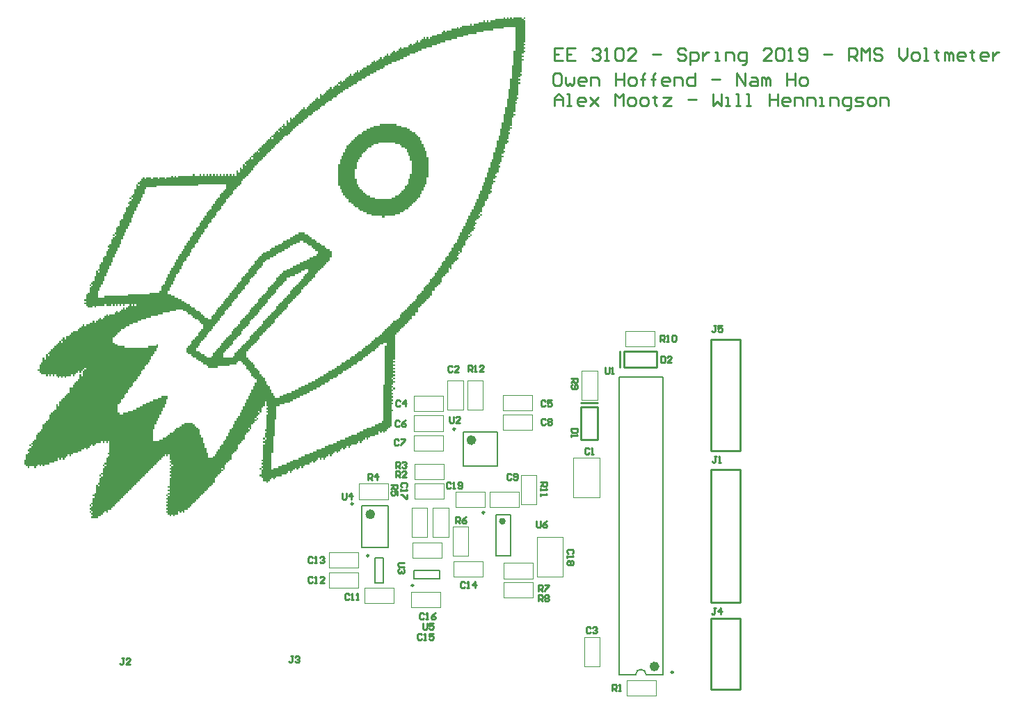
<source format=gto>
G04*
G04 #@! TF.GenerationSoftware,Altium Limited,Altium Designer,18.1.9 (240)*
G04*
G04 Layer_Color=65535*
%FSLAX25Y25*%
%MOIN*%
G70*
G01*
G75*
%ADD10C,0.02362*%
%ADD11C,0.00984*%
%ADD12C,0.01575*%
%ADD13C,0.00787*%
%ADD14C,0.00400*%
%ADD15C,0.01000*%
G36*
X514600Y628300D02*
X513800D01*
Y629100D01*
X514600D01*
Y628300D01*
D02*
G37*
G36*
X513000D02*
X513800D01*
Y627500D01*
X514600D01*
Y617100D01*
X513800D01*
Y616300D01*
X514600D01*
Y615500D01*
X513800D01*
Y614700D01*
X514600D01*
Y613900D01*
X513800D01*
Y613100D01*
X514600D01*
Y612300D01*
X513800D01*
Y611500D01*
X513000D01*
Y610700D01*
X513800D01*
Y609900D01*
X513000D01*
Y609100D01*
X513800D01*
Y608300D01*
X513000D01*
Y602700D01*
X512200D01*
Y601900D01*
X513000D01*
Y601100D01*
X512200D01*
Y600300D01*
X511400D01*
Y599500D01*
X512200D01*
Y598700D01*
X511400D01*
Y597900D01*
X512200D01*
Y597100D01*
X511400D01*
Y591500D01*
X510600D01*
Y590700D01*
X511400D01*
Y589900D01*
X510600D01*
Y589100D01*
X509800D01*
Y588300D01*
X510600D01*
Y587500D01*
X509800D01*
Y583500D01*
X509000D01*
Y582700D01*
X509800D01*
Y581900D01*
X509000D01*
Y581100D01*
X508200D01*
Y577100D01*
X507400D01*
Y576300D01*
X508200D01*
Y575500D01*
X507400D01*
Y574700D01*
X506600D01*
Y573900D01*
X507400D01*
Y573100D01*
X506600D01*
Y570700D01*
X505800D01*
Y569900D01*
X506600D01*
Y569100D01*
X505800D01*
Y568300D01*
X505000D01*
Y565900D01*
X504200D01*
Y565100D01*
X505000D01*
Y564300D01*
X504200D01*
Y563500D01*
X503400D01*
Y562700D01*
X504200D01*
Y561900D01*
X503400D01*
Y559500D01*
X502600D01*
Y558700D01*
X501800D01*
Y557900D01*
X502600D01*
Y557100D01*
X501800D01*
Y554700D01*
X501000D01*
Y553900D01*
X500200D01*
Y553100D01*
X501000D01*
Y552300D01*
X500200D01*
Y551500D01*
X499400D01*
Y550700D01*
X500200D01*
Y549900D01*
X499400D01*
Y549100D01*
X498600D01*
Y546700D01*
X497800D01*
Y545900D01*
X498600D01*
Y545100D01*
X497800D01*
Y544300D01*
X497000D01*
Y541900D01*
X496200D01*
Y541100D01*
X495400D01*
Y538700D01*
X494600D01*
Y537900D01*
X493800D01*
Y535500D01*
X493000D01*
Y534700D01*
X493800D01*
Y533900D01*
X493000D01*
Y534700D01*
X492200D01*
Y533900D01*
X493000D01*
Y533100D01*
X492200D01*
Y532300D01*
X491400D01*
Y531500D01*
X490600D01*
Y530700D01*
X491400D01*
Y529900D01*
X490600D01*
Y529100D01*
X489800D01*
Y528300D01*
X490600D01*
Y527500D01*
X489800D01*
Y526700D01*
X489000D01*
Y525900D01*
X488200D01*
Y525100D01*
X489000D01*
Y524300D01*
X488200D01*
Y525100D01*
X487400D01*
Y524300D01*
X488200D01*
Y523500D01*
X487400D01*
Y522700D01*
X486600D01*
Y521900D01*
X485800D01*
Y519500D01*
X485000D01*
Y518700D01*
X484200D01*
Y516300D01*
X483400D01*
Y517100D01*
X482600D01*
Y516300D01*
X483400D01*
Y515500D01*
X482600D01*
Y514700D01*
X481800D01*
Y513900D01*
X482600D01*
Y513100D01*
X481800D01*
Y512300D01*
X481000D01*
Y511500D01*
X480200D01*
Y510700D01*
X479400D01*
Y508300D01*
X478600D01*
Y509100D01*
X477800D01*
Y506700D01*
X477000D01*
Y505900D01*
X476200D01*
Y505100D01*
X475400D01*
Y504300D01*
X474600D01*
Y501900D01*
X473800D01*
Y501100D01*
X473000D01*
Y500300D01*
X472200D01*
Y499500D01*
X471400D01*
Y497900D01*
X469800D01*
Y495500D01*
X469000D01*
Y494700D01*
X468200D01*
Y493900D01*
X467400D01*
Y493100D01*
X466600D01*
Y492300D01*
X465800D01*
Y491500D01*
X465000D01*
Y490700D01*
X464200D01*
Y489900D01*
X463400D01*
Y487500D01*
X461800D01*
Y485900D01*
X460200D01*
Y484300D01*
X459400D01*
Y483500D01*
X458600D01*
Y482700D01*
X457800D01*
Y481900D01*
X457000D01*
Y481100D01*
X456200D01*
Y480300D01*
X455400D01*
Y479500D01*
X454600D01*
Y478700D01*
X453800D01*
Y477900D01*
X453000D01*
Y477100D01*
X452200D01*
Y465100D01*
X451400D01*
Y464300D01*
X452200D01*
Y463500D01*
X451400D01*
Y462700D01*
X452200D01*
Y461900D01*
X451400D01*
Y461100D01*
X452200D01*
Y460300D01*
X451400D01*
Y459500D01*
X452200D01*
Y458700D01*
X451400D01*
Y457900D01*
X452200D01*
Y457100D01*
X451400D01*
Y456300D01*
X452200D01*
Y455500D01*
X451400D01*
Y456300D01*
X450600D01*
Y455500D01*
X451400D01*
Y454700D01*
X452200D01*
Y453900D01*
X451400D01*
Y453100D01*
X450600D01*
Y452300D01*
X451400D01*
Y451500D01*
X452200D01*
Y450700D01*
X451400D01*
Y451500D01*
X450600D01*
Y450700D01*
X451400D01*
Y449900D01*
X450600D01*
Y449100D01*
X451400D01*
Y448300D01*
X450600D01*
Y447500D01*
X451400D01*
Y446700D01*
X450600D01*
Y445900D01*
X451400D01*
Y445100D01*
X450600D01*
Y444300D01*
X451400D01*
Y443500D01*
X450600D01*
Y441100D01*
X451400D01*
Y440300D01*
X450600D01*
Y433100D01*
X449800D01*
Y432300D01*
X449000D01*
Y431500D01*
X448200D01*
Y430700D01*
X447400D01*
Y429900D01*
X446600D01*
Y430700D01*
X445800D01*
Y429900D01*
X445000D01*
Y430700D01*
X444200D01*
Y429100D01*
X442600D01*
Y428300D01*
X440200D01*
Y427500D01*
X439400D01*
Y426700D01*
X438600D01*
Y427500D01*
X437800D01*
Y426700D01*
X437000D01*
Y425900D01*
X436200D01*
Y425100D01*
X435400D01*
Y425900D01*
X434600D01*
Y425100D01*
X433800D01*
Y424300D01*
X431400D01*
Y423500D01*
X430600D01*
Y422700D01*
X429800D01*
Y423500D01*
X429000D01*
Y422700D01*
X428200D01*
Y421900D01*
X427400D01*
Y422700D01*
X426600D01*
Y421900D01*
X425800D01*
Y421100D01*
X425000D01*
Y420300D01*
X424200D01*
Y421100D01*
X423400D01*
Y420300D01*
X422600D01*
Y419500D01*
X421800D01*
Y418700D01*
X421000D01*
Y419500D01*
X420200D01*
Y418700D01*
X419400D01*
Y417900D01*
X418600D01*
Y417100D01*
X417800D01*
Y417900D01*
X417000D01*
Y417100D01*
X416200D01*
Y417900D01*
X415400D01*
Y417100D01*
X414600D01*
Y416300D01*
X413800D01*
Y415500D01*
X413000D01*
Y416300D01*
X412200D01*
Y415500D01*
X411400D01*
Y414700D01*
X409000D01*
Y413900D01*
X408200D01*
Y413100D01*
X407400D01*
Y413900D01*
X406600D01*
Y413100D01*
X405800D01*
Y412300D01*
X405000D01*
Y413100D01*
X404200D01*
Y412300D01*
X403400D01*
Y411500D01*
X402600D01*
Y410700D01*
X401800D01*
Y411500D01*
X401000D01*
Y410700D01*
X400200D01*
Y409900D01*
X397800D01*
Y409100D01*
X395400D01*
Y408300D01*
X394600D01*
Y407500D01*
X393800D01*
Y408300D01*
X393000D01*
Y407500D01*
X392200D01*
Y406700D01*
X391400D01*
Y405900D01*
X390600D01*
Y406700D01*
X389000D01*
Y408300D01*
X388200D01*
Y409100D01*
X387400D01*
Y409900D01*
X388200D01*
Y412300D01*
X387400D01*
Y413100D01*
X388200D01*
Y412300D01*
X389000D01*
Y413100D01*
X388200D01*
Y413900D01*
X389000D01*
Y414700D01*
X388200D01*
Y415500D01*
X389000D01*
Y416300D01*
X388200D01*
Y417100D01*
X389000D01*
Y424300D01*
X389800D01*
Y425100D01*
X389000D01*
Y425900D01*
X389800D01*
Y426700D01*
X389000D01*
Y427500D01*
X389800D01*
Y426700D01*
X390600D01*
Y427500D01*
X389800D01*
Y429900D01*
X390600D01*
Y430700D01*
X389800D01*
Y431500D01*
X390600D01*
Y438700D01*
X391400D01*
Y439500D01*
X390600D01*
Y440300D01*
X391400D01*
Y441100D01*
X390600D01*
Y441900D01*
X391400D01*
Y442700D01*
X390600D01*
Y445100D01*
X389800D01*
Y442700D01*
X389000D01*
Y441900D01*
X388200D01*
Y439500D01*
X387400D01*
Y440300D01*
X386600D01*
Y439500D01*
X387400D01*
Y438700D01*
X386600D01*
Y437900D01*
X385800D01*
Y437100D01*
X386600D01*
Y436300D01*
X385800D01*
Y437100D01*
X385000D01*
Y436300D01*
X385800D01*
Y435500D01*
X385000D01*
Y434700D01*
X384200D01*
Y433900D01*
X383400D01*
Y431500D01*
X382600D01*
Y432300D01*
X381800D01*
Y431500D01*
X382600D01*
Y430700D01*
X381800D01*
Y429900D01*
X381000D01*
Y429100D01*
X380200D01*
Y426700D01*
X379400D01*
Y425900D01*
X378600D01*
Y425100D01*
X377800D01*
Y424300D01*
X377000D01*
Y421900D01*
X376200D01*
Y421100D01*
X375400D01*
Y420300D01*
X374600D01*
Y419500D01*
X373800D01*
Y417100D01*
X373000D01*
Y416300D01*
X372200D01*
Y415500D01*
X371400D01*
Y414700D01*
X370600D01*
Y412300D01*
X369800D01*
Y413100D01*
X369000D01*
Y412300D01*
X369800D01*
Y411500D01*
X369000D01*
Y410700D01*
X368200D01*
Y409900D01*
X367400D01*
Y409100D01*
X366600D01*
Y408300D01*
X365800D01*
Y405900D01*
X365000D01*
Y405100D01*
X364200D01*
Y404300D01*
X363400D01*
Y403500D01*
X362600D01*
Y402700D01*
X361800D01*
Y401900D01*
X361000D01*
Y401100D01*
X360200D01*
Y400300D01*
X359400D01*
Y399500D01*
X358600D01*
Y398700D01*
X357800D01*
Y397900D01*
X357000D01*
Y397100D01*
X356200D01*
Y396300D01*
X355400D01*
Y395500D01*
X354600D01*
Y394700D01*
X353800D01*
Y393900D01*
X353000D01*
Y393100D01*
X351400D01*
Y391500D01*
X350600D01*
Y392300D01*
X349800D01*
Y391500D01*
X349000D01*
Y392300D01*
X348200D01*
Y390700D01*
X346600D01*
Y389900D01*
X345800D01*
Y390700D01*
X345000D01*
Y389900D01*
X344200D01*
Y390700D01*
X343400D01*
Y391500D01*
X342600D01*
Y392300D01*
X343400D01*
Y393100D01*
X342600D01*
Y393900D01*
X343400D01*
Y394700D01*
X342600D01*
Y395500D01*
X343400D01*
Y396300D01*
X342600D01*
Y397100D01*
X343400D01*
Y397900D01*
X342600D01*
Y398700D01*
X343400D01*
Y399500D01*
X342600D01*
Y400300D01*
X343400D01*
Y399500D01*
X344200D01*
Y400300D01*
X343400D01*
Y401100D01*
X344200D01*
Y401900D01*
X343400D01*
Y402700D01*
X344200D01*
Y403500D01*
X343400D01*
Y404300D01*
X344200D01*
Y408300D01*
X345000D01*
Y409100D01*
X344200D01*
Y409900D01*
X345000D01*
Y410700D01*
X344200D01*
Y411500D01*
X345000D01*
Y412300D01*
X344200D01*
Y413100D01*
X345000D01*
Y413900D01*
X344200D01*
Y414700D01*
X345000D01*
Y413900D01*
X345800D01*
Y414700D01*
X345000D01*
Y415500D01*
X344200D01*
Y416300D01*
X345000D01*
Y417100D01*
X344200D01*
Y419500D01*
X343400D01*
Y418700D01*
X342600D01*
Y419500D01*
X341800D01*
Y418700D01*
X341000D01*
Y417900D01*
X340200D01*
Y417100D01*
X339400D01*
Y416300D01*
X338600D01*
Y415500D01*
X337800D01*
Y414700D01*
X337000D01*
Y413900D01*
X336200D01*
Y413100D01*
X335400D01*
Y412300D01*
X334600D01*
Y411500D01*
X333800D01*
Y410700D01*
X333000D01*
Y409900D01*
X332200D01*
Y409100D01*
X331400D01*
Y408300D01*
X330600D01*
Y407500D01*
X329800D01*
Y406700D01*
X329000D01*
Y405900D01*
X328200D01*
Y405100D01*
X327400D01*
Y404300D01*
X326600D01*
Y403500D01*
X325800D01*
Y402700D01*
X325000D01*
Y401900D01*
X324200D01*
Y401100D01*
X323400D01*
Y400300D01*
X322600D01*
Y399500D01*
X321800D01*
Y398700D01*
X321000D01*
Y397900D01*
X320200D01*
Y397100D01*
X319400D01*
Y396300D01*
X318600D01*
Y395500D01*
X317800D01*
Y394700D01*
X317000D01*
Y393900D01*
X316200D01*
Y393100D01*
X314600D01*
Y391500D01*
X313800D01*
Y392300D01*
X313000D01*
Y391500D01*
X312200D01*
Y390700D01*
X311400D01*
Y389900D01*
X309800D01*
Y389100D01*
X306600D01*
Y389900D01*
X307400D01*
Y390700D01*
X306600D01*
Y391500D01*
X305800D01*
Y392300D01*
X306600D01*
Y391500D01*
X307400D01*
Y392300D01*
X306600D01*
Y393100D01*
X305800D01*
Y393900D01*
X306600D01*
Y394700D01*
X305800D01*
Y395500D01*
X306600D01*
Y394700D01*
X307400D01*
Y395500D01*
X306600D01*
Y396300D01*
X307400D01*
Y398700D01*
X308200D01*
Y399500D01*
X307400D01*
Y400300D01*
X308200D01*
Y401100D01*
X309000D01*
Y405100D01*
X309800D01*
Y404300D01*
X310600D01*
Y405100D01*
X309800D01*
Y405900D01*
X310600D01*
Y408300D01*
X311400D01*
Y409100D01*
X310600D01*
Y409900D01*
X311400D01*
Y409100D01*
X312200D01*
Y409900D01*
X311400D01*
Y410700D01*
X312200D01*
Y413100D01*
X313000D01*
Y413900D01*
X312200D01*
Y414700D01*
X313000D01*
Y413900D01*
X313800D01*
Y414700D01*
X313000D01*
Y415500D01*
X313800D01*
Y417900D01*
X314600D01*
Y418700D01*
X315400D01*
Y419500D01*
X314600D01*
Y420300D01*
X315400D01*
Y425900D01*
X314600D01*
Y425100D01*
X313800D01*
Y425900D01*
X313000D01*
Y425100D01*
X312200D01*
Y425900D01*
X311400D01*
Y425100D01*
X309000D01*
Y424300D01*
X308200D01*
Y423500D01*
X307400D01*
Y424300D01*
X306600D01*
Y423500D01*
X305800D01*
Y422700D01*
X305000D01*
Y421900D01*
X304200D01*
Y422700D01*
X303400D01*
Y421900D01*
X301800D01*
Y421100D01*
X300200D01*
Y420300D01*
X297800D01*
Y419500D01*
X297000D01*
Y418700D01*
X296200D01*
Y419500D01*
X295400D01*
Y418700D01*
X294600D01*
Y417900D01*
X293800D01*
Y417100D01*
X293000D01*
Y417900D01*
X292200D01*
Y417100D01*
X291400D01*
Y417900D01*
X290600D01*
Y416300D01*
X289000D01*
Y415500D01*
X286600D01*
Y414700D01*
X284200D01*
Y413900D01*
X283400D01*
Y414700D01*
X282600D01*
Y413900D01*
X281800D01*
Y414700D01*
X281000D01*
Y413900D01*
X280200D01*
Y413100D01*
X279400D01*
Y413900D01*
X277000D01*
Y413100D01*
X276200D01*
Y413900D01*
X275400D01*
Y414700D01*
X274600D01*
Y417100D01*
X275400D01*
Y419500D01*
X276200D01*
Y420300D01*
X277000D01*
Y421100D01*
X276200D01*
Y421900D01*
X277000D01*
Y422700D01*
X277800D01*
Y423500D01*
X277000D01*
Y424300D01*
X277800D01*
Y423500D01*
X278600D01*
Y424300D01*
X277800D01*
Y425100D01*
X278600D01*
Y425900D01*
X279400D01*
Y426700D01*
X280200D01*
Y429100D01*
X281000D01*
Y429900D01*
X281800D01*
Y430700D01*
X282600D01*
Y431500D01*
X283400D01*
Y433900D01*
X284200D01*
Y434700D01*
X285000D01*
Y435500D01*
X285800D01*
Y436300D01*
X286600D01*
Y438700D01*
X287400D01*
Y439500D01*
X288200D01*
Y440300D01*
X289000D01*
Y441100D01*
X289800D01*
Y443500D01*
X290600D01*
Y442700D01*
X291400D01*
Y445100D01*
X292200D01*
Y445900D01*
X293000D01*
Y446700D01*
X293800D01*
Y447500D01*
X294600D01*
Y448300D01*
X295400D01*
Y449100D01*
X296200D01*
Y451500D01*
X297800D01*
Y453100D01*
X298600D01*
Y453900D01*
X299400D01*
Y454700D01*
X300200D01*
Y455500D01*
X301000D01*
Y457900D01*
X301800D01*
Y457100D01*
X302600D01*
Y459500D01*
X301800D01*
Y458700D01*
X301000D01*
Y459500D01*
X300200D01*
Y458700D01*
X299400D01*
Y457900D01*
X298600D01*
Y457100D01*
X297800D01*
Y457900D01*
X297000D01*
Y457100D01*
X294600D01*
Y456300D01*
X293800D01*
Y457100D01*
X293000D01*
Y456300D01*
X292200D01*
Y457100D01*
X291400D01*
Y456300D01*
X290600D01*
Y457100D01*
X289800D01*
Y457900D01*
X289000D01*
Y457100D01*
X288200D01*
Y457900D01*
X287400D01*
Y457100D01*
X286600D01*
Y457900D01*
X285800D01*
Y457100D01*
X285000D01*
Y457900D01*
X282600D01*
Y458700D01*
X281800D01*
Y459500D01*
X281000D01*
Y460300D01*
X281800D01*
Y462700D01*
X282600D01*
Y463500D01*
X283400D01*
Y465900D01*
X284200D01*
Y465100D01*
X285000D01*
Y467500D01*
X285800D01*
Y466700D01*
X286600D01*
Y467500D01*
X285800D01*
Y468300D01*
X286600D01*
Y469100D01*
X287400D01*
Y469900D01*
X288200D01*
Y470700D01*
X289000D01*
Y471500D01*
X289800D01*
Y472300D01*
X290600D01*
Y473100D01*
X291400D01*
Y473900D01*
X292200D01*
Y473100D01*
X293000D01*
Y473900D01*
X292200D01*
Y474700D01*
X293000D01*
Y475500D01*
X293800D01*
Y474700D01*
X294600D01*
Y476300D01*
X296200D01*
Y477100D01*
X297000D01*
Y477900D01*
X297800D01*
Y478700D01*
X300200D01*
Y479500D01*
X301000D01*
Y480300D01*
X301800D01*
Y481100D01*
X302600D01*
Y481900D01*
X303400D01*
Y481100D01*
X304200D01*
Y481900D01*
X305800D01*
Y482700D01*
X307400D01*
Y483500D01*
X308200D01*
Y482700D01*
X309000D01*
Y483500D01*
X309800D01*
Y484300D01*
X310600D01*
Y485100D01*
X311400D01*
Y484300D01*
X312200D01*
Y485100D01*
X313000D01*
Y485900D01*
X313800D01*
Y486700D01*
X314600D01*
Y485900D01*
X315400D01*
Y486700D01*
X317800D01*
Y487500D01*
X318600D01*
Y488300D01*
X319400D01*
Y487500D01*
X320200D01*
Y488300D01*
X321000D01*
Y489100D01*
X321800D01*
Y489900D01*
X322600D01*
Y489100D01*
X323400D01*
Y489900D01*
X324200D01*
Y490700D01*
X325000D01*
Y491500D01*
X322600D01*
Y490700D01*
X321800D01*
Y491500D01*
X321000D01*
Y490700D01*
X320200D01*
Y491500D01*
X319400D01*
Y490700D01*
X318600D01*
Y491500D01*
X317800D01*
Y490700D01*
X317000D01*
Y491500D01*
X316200D01*
Y490700D01*
X313800D01*
Y491500D01*
X313000D01*
Y490700D01*
X309000D01*
Y489900D01*
X308200D01*
Y490700D01*
X307400D01*
Y489900D01*
X305000D01*
Y490700D01*
X304200D01*
Y491500D01*
X303400D01*
Y492300D01*
X304200D01*
Y493100D01*
X303400D01*
Y493900D01*
X304200D01*
Y496300D01*
X305000D01*
Y497100D01*
X305800D01*
Y499500D01*
X306600D01*
Y500300D01*
X305800D01*
Y501100D01*
X306600D01*
Y500300D01*
X307400D01*
Y501100D01*
X306600D01*
Y501900D01*
X307400D01*
Y502700D01*
X308200D01*
Y505100D01*
X309000D01*
Y507500D01*
X309800D01*
Y506700D01*
X310600D01*
Y507500D01*
X309800D01*
Y508300D01*
X310600D01*
Y510700D01*
X311400D01*
Y511500D01*
X312200D01*
Y513900D01*
X313000D01*
Y514700D01*
X313800D01*
Y517100D01*
X314600D01*
Y517900D01*
X315400D01*
Y518700D01*
X314600D01*
Y519500D01*
X315400D01*
Y520300D01*
X316200D01*
Y522700D01*
X317000D01*
Y523500D01*
X317800D01*
Y524300D01*
X317000D01*
Y525100D01*
X317800D01*
Y524300D01*
X318600D01*
Y525100D01*
X317800D01*
Y525900D01*
X318600D01*
Y528300D01*
X319400D01*
Y529100D01*
X320200D01*
Y531500D01*
X321000D01*
Y532300D01*
X321800D01*
Y534700D01*
X322600D01*
Y535500D01*
X323400D01*
Y537900D01*
X324200D01*
Y538700D01*
X325000D01*
Y539500D01*
X324200D01*
Y540300D01*
X325000D01*
Y541100D01*
X325800D01*
Y541900D01*
X325000D01*
Y542700D01*
X325800D01*
Y541900D01*
X326600D01*
Y542700D01*
X325800D01*
Y543500D01*
X326600D01*
Y544300D01*
X327400D01*
Y546700D01*
X328200D01*
Y549100D01*
X329000D01*
Y548300D01*
X329800D01*
Y549100D01*
X329000D01*
Y549900D01*
X329800D01*
Y550700D01*
X330600D01*
Y551500D01*
X331400D01*
Y552300D01*
X332200D01*
Y551500D01*
X333000D01*
Y552300D01*
X335400D01*
Y551500D01*
X336200D01*
Y552300D01*
X338600D01*
Y551500D01*
X339400D01*
Y552300D01*
X341800D01*
Y551500D01*
X342600D01*
Y552300D01*
X345000D01*
Y553100D01*
X345800D01*
Y552300D01*
X346600D01*
Y553100D01*
X347400D01*
Y552300D01*
X348200D01*
Y553100D01*
X355400D01*
Y553900D01*
X356200D01*
Y553100D01*
X358600D01*
Y553900D01*
X359400D01*
Y553100D01*
X360200D01*
Y553900D01*
X361000D01*
Y553100D01*
X361800D01*
Y553900D01*
X362600D01*
Y553100D01*
X363400D01*
Y553900D01*
X364200D01*
Y553100D01*
X365000D01*
Y553900D01*
X365800D01*
Y553100D01*
X366600D01*
Y553900D01*
X367400D01*
Y553100D01*
X368200D01*
Y553900D01*
X369000D01*
Y553100D01*
X369800D01*
Y553900D01*
X370600D01*
Y553100D01*
X371400D01*
Y553900D01*
X372200D01*
Y553100D01*
X373000D01*
Y553900D01*
X373800D01*
Y553100D01*
X374600D01*
Y553900D01*
X375400D01*
Y553100D01*
X376200D01*
Y555500D01*
X377000D01*
Y554700D01*
X377800D01*
Y557100D01*
X378600D01*
Y556300D01*
X379400D01*
Y558700D01*
X380200D01*
Y557900D01*
X381000D01*
Y558700D01*
X380200D01*
Y559500D01*
X381000D01*
Y560300D01*
X381800D01*
Y561100D01*
X382600D01*
Y561900D01*
X383400D01*
Y561100D01*
X384200D01*
Y561900D01*
X383400D01*
Y562700D01*
X384200D01*
Y563500D01*
X385000D01*
Y564300D01*
X385800D01*
Y565100D01*
X386600D01*
Y564300D01*
X387400D01*
Y565100D01*
X386600D01*
Y565900D01*
X387400D01*
Y566700D01*
X388200D01*
Y567500D01*
X389000D01*
Y568300D01*
X389800D01*
Y569100D01*
X390600D01*
Y569900D01*
X391400D01*
Y570700D01*
X392200D01*
Y571500D01*
X393000D01*
Y570700D01*
X393800D01*
Y571500D01*
X393000D01*
Y572300D01*
X393800D01*
Y573100D01*
X394600D01*
Y573900D01*
X395400D01*
Y574700D01*
X396200D01*
Y573900D01*
X397000D01*
Y574700D01*
X396200D01*
Y575500D01*
X397000D01*
Y576300D01*
X397800D01*
Y575500D01*
X398600D01*
Y576300D01*
X397800D01*
Y577100D01*
X398600D01*
Y577900D01*
X399400D01*
Y577100D01*
X400200D01*
Y579500D01*
X401000D01*
Y578700D01*
X401800D01*
Y581100D01*
X402600D01*
Y580300D01*
X403400D01*
Y581100D01*
X404200D01*
Y581900D01*
X405000D01*
Y582700D01*
X405800D01*
Y583500D01*
X406600D01*
Y584300D01*
X407400D01*
Y585100D01*
X408200D01*
Y585900D01*
X409000D01*
Y585100D01*
X409800D01*
Y585900D01*
X410600D01*
Y586700D01*
X411400D01*
Y587500D01*
X412200D01*
Y588300D01*
X413000D01*
Y589100D01*
X413800D01*
Y589900D01*
X414600D01*
Y590700D01*
X415400D01*
Y589900D01*
X416200D01*
Y592300D01*
X417000D01*
Y591500D01*
X417800D01*
Y592300D01*
X418600D01*
Y593100D01*
X419400D01*
Y593900D01*
X420200D01*
Y594700D01*
X421000D01*
Y595500D01*
X421800D01*
Y594700D01*
X422600D01*
Y595500D01*
X423400D01*
Y596300D01*
X424200D01*
Y597100D01*
X425000D01*
Y596300D01*
X425800D01*
Y597100D01*
X425000D01*
Y597900D01*
X425800D01*
Y598700D01*
X426600D01*
Y597900D01*
X427400D01*
Y598700D01*
X428200D01*
Y599500D01*
X429000D01*
Y600300D01*
X429800D01*
Y601100D01*
X430600D01*
Y601900D01*
X431400D01*
Y601100D01*
X432200D01*
Y601900D01*
X433000D01*
Y602700D01*
X433800D01*
Y603500D01*
X434600D01*
Y602700D01*
X435400D01*
Y603500D01*
X436200D01*
Y604300D01*
X437000D01*
Y605100D01*
X438600D01*
Y605900D01*
X440200D01*
Y606700D01*
X441000D01*
Y607500D01*
X441800D01*
Y608300D01*
X442600D01*
Y607500D01*
X443400D01*
Y608300D01*
X444200D01*
Y609100D01*
X445000D01*
Y609900D01*
X445800D01*
Y609100D01*
X446600D01*
Y609900D01*
X447400D01*
Y610700D01*
X448200D01*
Y611500D01*
X449000D01*
Y610700D01*
X449800D01*
Y611500D01*
X450600D01*
Y612300D01*
X451400D01*
Y613100D01*
X452200D01*
Y612300D01*
X453000D01*
Y613100D01*
X453800D01*
Y613900D01*
X454600D01*
Y614700D01*
X455400D01*
Y613900D01*
X456200D01*
Y614700D01*
X458600D01*
Y615500D01*
X459400D01*
Y616300D01*
X460200D01*
Y615500D01*
X461000D01*
Y616300D01*
X461800D01*
Y617100D01*
X462600D01*
Y617900D01*
X463400D01*
Y617100D01*
X464200D01*
Y617900D01*
X465000D01*
Y618700D01*
X465800D01*
Y619500D01*
X466600D01*
Y618700D01*
X467400D01*
Y619500D01*
X468200D01*
Y618700D01*
X469000D01*
Y619500D01*
X469800D01*
Y620300D01*
X472200D01*
Y621100D01*
X474600D01*
Y621900D01*
X475400D01*
Y622700D01*
X476200D01*
Y621900D01*
X477000D01*
Y622700D01*
X479400D01*
Y623500D01*
X481800D01*
Y624300D01*
X482600D01*
Y623500D01*
X483400D01*
Y624300D01*
X484200D01*
Y625100D01*
X488200D01*
Y625900D01*
X489000D01*
Y625100D01*
X489800D01*
Y625900D01*
X492200D01*
Y626700D01*
X494600D01*
Y627500D01*
X495400D01*
Y626700D01*
X496200D01*
Y627500D01*
X497000D01*
Y626700D01*
X497800D01*
Y627500D01*
X500200D01*
Y628300D01*
X504200D01*
Y629100D01*
X505000D01*
Y628300D01*
X505800D01*
Y629100D01*
X506600D01*
Y628300D01*
X507400D01*
Y629100D01*
X508200D01*
Y628300D01*
X509000D01*
Y629100D01*
X513000D01*
Y628300D01*
D02*
G37*
%LPC*%
G36*
X371400Y549100D02*
X357800D01*
Y548300D01*
X337800D01*
Y547500D01*
X333000D01*
Y546700D01*
X332200D01*
Y544300D01*
X331400D01*
Y542700D01*
X330600D01*
Y541100D01*
X329800D01*
Y539500D01*
X329000D01*
Y537900D01*
X328200D01*
Y536300D01*
X327400D01*
Y534700D01*
X326600D01*
Y533100D01*
X325800D01*
Y530700D01*
X325000D01*
Y529100D01*
X324200D01*
Y527500D01*
X323400D01*
Y525900D01*
X322600D01*
Y524300D01*
X321800D01*
Y522700D01*
X321000D01*
Y520300D01*
X320200D01*
Y518700D01*
X319400D01*
Y517100D01*
X318600D01*
Y515500D01*
X317800D01*
Y513900D01*
X317000D01*
Y511500D01*
X316200D01*
Y509900D01*
X315400D01*
Y508300D01*
X314600D01*
Y506700D01*
X313800D01*
Y505100D01*
X313000D01*
Y502700D01*
X312200D01*
Y501100D01*
X311400D01*
Y499500D01*
X310600D01*
Y497900D01*
X309800D01*
Y494700D01*
X313000D01*
Y495500D01*
X324200D01*
Y496300D01*
X334600D01*
Y497100D01*
X339400D01*
Y497900D01*
X340200D01*
Y500300D01*
X341000D01*
Y501100D01*
X341800D01*
Y502700D01*
X342600D01*
Y504300D01*
X343400D01*
Y505900D01*
X344200D01*
Y507500D01*
X345000D01*
Y509100D01*
X345800D01*
Y509900D01*
X346600D01*
Y511500D01*
X347400D01*
Y513100D01*
X348200D01*
Y514700D01*
X349000D01*
Y515500D01*
X349800D01*
Y517100D01*
X350600D01*
Y517900D01*
X351400D01*
Y519500D01*
X352200D01*
Y521100D01*
X353000D01*
Y521900D01*
X353800D01*
Y523500D01*
X354600D01*
Y524300D01*
X355400D01*
Y525900D01*
X356200D01*
Y526700D01*
X357000D01*
Y528300D01*
X357800D01*
Y529100D01*
X358600D01*
Y530700D01*
X359400D01*
Y531500D01*
X360200D01*
Y533100D01*
X361000D01*
Y533900D01*
X361800D01*
Y535500D01*
X362600D01*
Y536300D01*
X363400D01*
Y537100D01*
X364200D01*
Y538700D01*
X365000D01*
Y539500D01*
X365800D01*
Y541100D01*
X366600D01*
Y541900D01*
X367400D01*
Y542700D01*
X368200D01*
Y544300D01*
X369000D01*
Y545100D01*
X369800D01*
Y545900D01*
X370600D01*
Y546700D01*
X371400D01*
Y549100D01*
D02*
G37*
G36*
X328200Y491500D02*
X327400D01*
Y490700D01*
X328200D01*
Y491500D01*
D02*
G37*
G36*
X326600D02*
X325800D01*
Y490700D01*
X326600D01*
Y491500D01*
D02*
G37*
G36*
X410600Y508300D02*
X409000D01*
Y507500D01*
X407400D01*
Y506700D01*
X405800D01*
Y505900D01*
X404200D01*
Y505100D01*
X401800D01*
Y504300D01*
X400200D01*
Y502700D01*
X399400D01*
Y501900D01*
X398600D01*
Y501100D01*
X397800D01*
Y500300D01*
X397000D01*
Y499500D01*
X396200D01*
Y498700D01*
X395400D01*
Y497100D01*
X394600D01*
Y496300D01*
X393800D01*
Y495500D01*
X393000D01*
Y494700D01*
X392200D01*
Y493900D01*
X391400D01*
Y492300D01*
X390600D01*
Y491500D01*
X389800D01*
Y490700D01*
X389000D01*
Y489900D01*
X388200D01*
Y489100D01*
X387400D01*
Y487500D01*
X386600D01*
Y486700D01*
X385800D01*
Y485900D01*
X385000D01*
Y485100D01*
X384200D01*
Y484300D01*
X383400D01*
Y483500D01*
X382600D01*
Y481900D01*
X381800D01*
Y481100D01*
X381000D01*
Y480300D01*
X380200D01*
Y479500D01*
X379400D01*
Y478700D01*
X378600D01*
Y477100D01*
X377800D01*
Y476300D01*
X377000D01*
Y475500D01*
X376200D01*
Y474700D01*
X375400D01*
Y473900D01*
X374600D01*
Y472300D01*
X373800D01*
Y471500D01*
X373000D01*
Y470700D01*
X372200D01*
Y469900D01*
X371400D01*
Y469100D01*
X370600D01*
Y468300D01*
X369800D01*
Y465900D01*
X374600D01*
Y466700D01*
X375400D01*
Y468300D01*
X376200D01*
Y469100D01*
X377000D01*
Y469900D01*
X377800D01*
Y470700D01*
X378600D01*
Y471500D01*
X379400D01*
Y472300D01*
X380200D01*
Y473100D01*
X381000D01*
Y473900D01*
X381800D01*
Y474700D01*
X382600D01*
Y476300D01*
X383400D01*
Y477100D01*
X384200D01*
Y477900D01*
X385000D01*
Y478700D01*
X385800D01*
Y479500D01*
X386600D01*
Y480300D01*
X387400D01*
Y481100D01*
X388200D01*
Y481900D01*
X389000D01*
Y483500D01*
X389800D01*
Y484300D01*
X390600D01*
Y485100D01*
X391400D01*
Y485900D01*
X392200D01*
Y486700D01*
X393000D01*
Y487500D01*
X393800D01*
Y488300D01*
X394600D01*
Y489100D01*
X395400D01*
Y490700D01*
X396200D01*
Y491500D01*
X397000D01*
Y492300D01*
X397800D01*
Y493100D01*
X398600D01*
Y493900D01*
X399400D01*
Y494700D01*
X400200D01*
Y495500D01*
X401000D01*
Y496300D01*
X401800D01*
Y497900D01*
X402600D01*
Y498700D01*
X403400D01*
Y499500D01*
X404200D01*
Y500300D01*
X405000D01*
Y501100D01*
X405800D01*
Y501900D01*
X406600D01*
Y502700D01*
X407400D01*
Y503500D01*
X408200D01*
Y505100D01*
X409000D01*
Y505900D01*
X409800D01*
Y506700D01*
X410600D01*
Y508300D01*
D02*
G37*
G36*
X408200Y521900D02*
X406600D01*
Y521100D01*
X405000D01*
Y520300D01*
X403400D01*
Y519500D01*
X401800D01*
Y518700D01*
X401000D01*
Y517900D01*
X399400D01*
Y517100D01*
X397800D01*
Y516300D01*
X396200D01*
Y515500D01*
X395400D01*
Y514700D01*
X393800D01*
Y513900D01*
X392200D01*
Y513100D01*
X390600D01*
Y512300D01*
X389800D01*
Y511500D01*
X389000D01*
Y509900D01*
X388200D01*
Y509100D01*
X387400D01*
Y508300D01*
X386600D01*
Y507500D01*
X385800D01*
Y505900D01*
X385000D01*
Y505100D01*
X384200D01*
Y504300D01*
X383400D01*
Y503500D01*
X382600D01*
Y501900D01*
X381800D01*
Y501100D01*
X381000D01*
Y500300D01*
X380200D01*
Y498700D01*
X379400D01*
Y497900D01*
X378600D01*
Y497100D01*
X377800D01*
Y496300D01*
X377000D01*
Y494700D01*
X376200D01*
Y493900D01*
X375400D01*
Y493100D01*
X374600D01*
Y492300D01*
X373800D01*
Y490700D01*
X373000D01*
Y489900D01*
X372200D01*
Y489100D01*
X371400D01*
Y488300D01*
X370600D01*
Y486700D01*
X369800D01*
Y485900D01*
X369000D01*
Y485100D01*
X368200D01*
Y483500D01*
X367400D01*
Y482700D01*
X366600D01*
Y481900D01*
X365800D01*
Y481100D01*
X365000D01*
Y479500D01*
X364200D01*
Y478700D01*
X363400D01*
Y477900D01*
X362600D01*
Y477100D01*
X361800D01*
Y475500D01*
X361000D01*
Y474700D01*
X360200D01*
Y473900D01*
X359400D01*
Y473100D01*
X358600D01*
Y471500D01*
X357800D01*
Y470700D01*
X357000D01*
Y469100D01*
X358600D01*
Y468300D01*
X359400D01*
Y467500D01*
X361000D01*
Y466700D01*
X361800D01*
Y465900D01*
X364200D01*
Y466700D01*
X365000D01*
Y468300D01*
X365800D01*
Y469100D01*
X366600D01*
Y469900D01*
X367400D01*
Y470700D01*
X368200D01*
Y471500D01*
X369000D01*
Y473100D01*
X369800D01*
Y473900D01*
X370600D01*
Y474700D01*
X371400D01*
Y475500D01*
X372200D01*
Y476300D01*
X373000D01*
Y477100D01*
X373800D01*
Y478700D01*
X374600D01*
Y479500D01*
X375400D01*
Y480300D01*
X376200D01*
Y481100D01*
X377000D01*
Y481900D01*
X377800D01*
Y483500D01*
X378600D01*
Y484300D01*
X379400D01*
Y485100D01*
X380200D01*
Y485900D01*
X381000D01*
Y486700D01*
X381800D01*
Y487500D01*
X382600D01*
Y489100D01*
X383400D01*
Y489900D01*
X384200D01*
Y490700D01*
X385000D01*
Y491500D01*
X385800D01*
Y492300D01*
X386600D01*
Y493900D01*
X387400D01*
Y494700D01*
X388200D01*
Y495500D01*
X389000D01*
Y496300D01*
X389800D01*
Y497100D01*
X390600D01*
Y497900D01*
X391400D01*
Y499500D01*
X392200D01*
Y500300D01*
X393000D01*
Y501100D01*
X393800D01*
Y501900D01*
X394600D01*
Y502700D01*
X395400D01*
Y504300D01*
X396200D01*
Y505100D01*
X397000D01*
Y505900D01*
X397800D01*
Y506700D01*
X398600D01*
Y507500D01*
X400200D01*
Y508300D01*
X401800D01*
Y509100D01*
X403400D01*
Y509900D01*
X405000D01*
Y510700D01*
X406600D01*
Y511500D01*
X408200D01*
Y512300D01*
X409800D01*
Y513100D01*
X411400D01*
Y513900D01*
X413000D01*
Y514700D01*
X414600D01*
Y515500D01*
X415400D01*
Y517100D01*
X413800D01*
Y517900D01*
X413000D01*
Y518700D01*
X412200D01*
Y519500D01*
X410600D01*
Y520300D01*
X409800D01*
Y521100D01*
X408200D01*
Y521900D01*
D02*
G37*
G36*
X304200Y461100D02*
X303400D01*
Y460300D01*
X304200D01*
Y461100D01*
D02*
G37*
G36*
X303400Y460300D02*
X302600D01*
Y459500D01*
X303400D01*
Y460300D01*
D02*
G37*
G36*
X509800Y624300D02*
X504200D01*
Y623500D01*
X499400D01*
Y622700D01*
X494600D01*
Y621900D01*
X491400D01*
Y621100D01*
X487400D01*
Y620300D01*
X485000D01*
Y619500D01*
X481800D01*
Y618700D01*
X479400D01*
Y617900D01*
X476200D01*
Y617100D01*
X473800D01*
Y616300D01*
X472200D01*
Y615500D01*
X469800D01*
Y614700D01*
X467400D01*
Y613900D01*
X465000D01*
Y613100D01*
X463400D01*
Y612300D01*
X461800D01*
Y611500D01*
X459400D01*
Y610700D01*
X457800D01*
Y609900D01*
X456200D01*
Y609100D01*
X454600D01*
Y608300D01*
X453000D01*
Y607500D01*
X450600D01*
Y606700D01*
X449000D01*
Y605900D01*
X447400D01*
Y605100D01*
X446600D01*
Y604300D01*
X445000D01*
Y603500D01*
X443400D01*
Y602700D01*
X441800D01*
Y601900D01*
X440200D01*
Y601100D01*
X438600D01*
Y600300D01*
X437800D01*
Y599500D01*
X436200D01*
Y598700D01*
X434600D01*
Y597900D01*
X433800D01*
Y597100D01*
X432200D01*
Y596300D01*
X431400D01*
Y595500D01*
X429800D01*
Y594700D01*
X428200D01*
Y593900D01*
X427400D01*
Y593100D01*
X425800D01*
Y592300D01*
X425000D01*
Y591500D01*
X424200D01*
Y590700D01*
X422600D01*
Y589900D01*
X421800D01*
Y589100D01*
X420200D01*
Y588300D01*
X419400D01*
Y587500D01*
X418600D01*
Y586700D01*
X417000D01*
Y585900D01*
X416200D01*
Y585100D01*
X415400D01*
Y584300D01*
X413800D01*
Y583500D01*
X413000D01*
Y582700D01*
X412200D01*
Y581900D01*
X410600D01*
Y581100D01*
X409800D01*
Y580300D01*
X409000D01*
Y579500D01*
X408200D01*
Y578700D01*
X407400D01*
Y577900D01*
X405800D01*
Y577100D01*
X405000D01*
Y576300D01*
X404200D01*
Y575500D01*
X403400D01*
Y574700D01*
X402600D01*
Y573900D01*
X401800D01*
Y573100D01*
X401000D01*
Y572300D01*
X399400D01*
Y571500D01*
X398600D01*
Y570700D01*
X397800D01*
Y569900D01*
X397000D01*
Y569100D01*
X396200D01*
Y568300D01*
X395400D01*
Y567500D01*
X394600D01*
Y566700D01*
X393800D01*
Y565900D01*
X393000D01*
Y565100D01*
X392200D01*
Y564300D01*
X391400D01*
Y563500D01*
X390600D01*
Y562700D01*
X389800D01*
Y561900D01*
X389000D01*
Y561100D01*
X388200D01*
Y560300D01*
X387400D01*
Y559500D01*
X386600D01*
Y558700D01*
X385800D01*
Y557900D01*
X385000D01*
Y557100D01*
X384200D01*
Y555500D01*
X383400D01*
Y554700D01*
X382600D01*
Y553900D01*
X381800D01*
Y553100D01*
X381000D01*
Y552300D01*
X380200D01*
Y551500D01*
X379400D01*
Y550700D01*
X378600D01*
Y549100D01*
X377800D01*
Y548300D01*
X377000D01*
Y547500D01*
X376200D01*
Y546700D01*
X375400D01*
Y545900D01*
X374600D01*
Y544300D01*
X373800D01*
Y543500D01*
X373000D01*
Y542700D01*
X372200D01*
Y541900D01*
X371400D01*
Y540300D01*
X370600D01*
Y539500D01*
X369800D01*
Y538700D01*
X369000D01*
Y537100D01*
X368200D01*
Y536300D01*
X367400D01*
Y535500D01*
X366600D01*
Y533900D01*
X365800D01*
Y533100D01*
X365000D01*
Y532300D01*
X364200D01*
Y530700D01*
X363400D01*
Y529900D01*
X362600D01*
Y528300D01*
X361800D01*
Y527500D01*
X361000D01*
Y525900D01*
X360200D01*
Y525100D01*
X359400D01*
Y523500D01*
X358600D01*
Y522700D01*
X357800D01*
Y521100D01*
X357000D01*
Y520300D01*
X356200D01*
Y518700D01*
X355400D01*
Y517900D01*
X354600D01*
Y516300D01*
X353800D01*
Y514700D01*
X353000D01*
Y513900D01*
X352200D01*
Y512300D01*
X351400D01*
Y511500D01*
X350600D01*
Y509900D01*
X349800D01*
Y508300D01*
X349000D01*
Y506700D01*
X348200D01*
Y505900D01*
X347400D01*
Y504300D01*
X346600D01*
Y502700D01*
X345800D01*
Y501100D01*
X345000D01*
Y499500D01*
X344200D01*
Y497900D01*
X343400D01*
Y496300D01*
X345000D01*
Y495500D01*
X346600D01*
Y494700D01*
X348200D01*
Y493900D01*
X349800D01*
Y493100D01*
X351400D01*
Y492300D01*
X352200D01*
Y491500D01*
X353800D01*
Y490700D01*
X354600D01*
Y489900D01*
X356200D01*
Y489100D01*
X357000D01*
Y488300D01*
X358600D01*
Y487500D01*
X359400D01*
Y486700D01*
X360200D01*
Y485900D01*
X361000D01*
Y485100D01*
X362600D01*
Y484300D01*
X364200D01*
Y485900D01*
X365000D01*
Y486700D01*
X365800D01*
Y487500D01*
X366600D01*
Y489100D01*
X367400D01*
Y489900D01*
X368200D01*
Y490700D01*
X369000D01*
Y491500D01*
X369800D01*
Y493100D01*
X370600D01*
Y493900D01*
X371400D01*
Y494700D01*
X372200D01*
Y495500D01*
X373000D01*
Y497100D01*
X373800D01*
Y497900D01*
X374600D01*
Y498700D01*
X375400D01*
Y499500D01*
X376200D01*
Y501100D01*
X377000D01*
Y501900D01*
X377800D01*
Y502700D01*
X378600D01*
Y504300D01*
X379400D01*
Y505100D01*
X380200D01*
Y505900D01*
X381000D01*
Y506700D01*
X381800D01*
Y508300D01*
X382600D01*
Y509100D01*
X383400D01*
Y509900D01*
X384200D01*
Y510700D01*
X385000D01*
Y512300D01*
X385800D01*
Y513100D01*
X386600D01*
Y513900D01*
X387400D01*
Y514700D01*
X388200D01*
Y515500D01*
X389000D01*
Y516300D01*
X390600D01*
Y517100D01*
X392200D01*
Y517900D01*
X393000D01*
Y518700D01*
X394600D01*
Y519500D01*
X396200D01*
Y520300D01*
X397800D01*
Y521100D01*
X398600D01*
Y521900D01*
X400200D01*
Y522700D01*
X401800D01*
Y523500D01*
X403400D01*
Y524300D01*
X404200D01*
Y525100D01*
X405800D01*
Y525900D01*
X409000D01*
Y525100D01*
X410600D01*
Y524300D01*
X411400D01*
Y523500D01*
X412200D01*
Y522700D01*
X413800D01*
Y521900D01*
X414600D01*
Y521100D01*
X416200D01*
Y520300D01*
X417000D01*
Y519500D01*
X418600D01*
Y518700D01*
X419400D01*
Y517900D01*
X421000D01*
Y517100D01*
X421800D01*
Y513900D01*
X421000D01*
Y512300D01*
X420200D01*
Y511500D01*
X419400D01*
Y510700D01*
X418600D01*
Y509900D01*
X417800D01*
Y509100D01*
X417000D01*
Y508300D01*
X416200D01*
Y507500D01*
X415400D01*
Y506700D01*
X414600D01*
Y505900D01*
X413800D01*
Y504300D01*
X413000D01*
Y503500D01*
X412200D01*
Y502700D01*
X411400D01*
Y501900D01*
X410600D01*
Y501100D01*
X409800D01*
Y500300D01*
X409000D01*
Y499500D01*
X408200D01*
Y498700D01*
X407400D01*
Y497100D01*
X406600D01*
Y496300D01*
X405800D01*
Y495500D01*
X405000D01*
Y494700D01*
X404200D01*
Y493900D01*
X403400D01*
Y493100D01*
X402600D01*
Y492300D01*
X401800D01*
Y491500D01*
X401000D01*
Y489900D01*
X400200D01*
Y489100D01*
X399400D01*
Y488300D01*
X398600D01*
Y487500D01*
X397800D01*
Y486700D01*
X397000D01*
Y485900D01*
X396200D01*
Y485100D01*
X395400D01*
Y484300D01*
X394600D01*
Y482700D01*
X393800D01*
Y481900D01*
X393000D01*
Y481100D01*
X392200D01*
Y480300D01*
X391400D01*
Y479500D01*
X390600D01*
Y478700D01*
X389800D01*
Y477900D01*
X389000D01*
Y477100D01*
X388200D01*
Y476300D01*
X387400D01*
Y474700D01*
X386600D01*
Y473900D01*
X385800D01*
Y473100D01*
X385000D01*
Y472300D01*
X384200D01*
Y471500D01*
X383400D01*
Y470700D01*
X382600D01*
Y469900D01*
X381800D01*
Y469100D01*
X381000D01*
Y465900D01*
X381800D01*
Y465100D01*
X382600D01*
Y464300D01*
X383400D01*
Y463500D01*
X384200D01*
Y462700D01*
X385000D01*
Y461100D01*
X385800D01*
Y460300D01*
X386600D01*
Y459500D01*
X387400D01*
Y457900D01*
X388200D01*
Y457100D01*
X389000D01*
Y456300D01*
X389800D01*
Y454700D01*
X390600D01*
Y453100D01*
X391400D01*
Y452300D01*
X392200D01*
Y450700D01*
X393000D01*
Y449100D01*
X393800D01*
Y447500D01*
X394600D01*
Y446700D01*
X397000D01*
Y447500D01*
X398600D01*
Y448300D01*
X400200D01*
Y449100D01*
X402600D01*
Y449900D01*
X404200D01*
Y450700D01*
X405800D01*
Y451500D01*
X407400D01*
Y452300D01*
X409000D01*
Y453100D01*
X410600D01*
Y453900D01*
X412200D01*
Y454700D01*
X413800D01*
Y455500D01*
X415400D01*
Y456300D01*
X416200D01*
Y457100D01*
X417800D01*
Y457900D01*
X419400D01*
Y458700D01*
X420200D01*
Y459500D01*
X421800D01*
Y460300D01*
X423400D01*
Y461100D01*
X424200D01*
Y461900D01*
X425800D01*
Y462700D01*
X426600D01*
Y463500D01*
X428200D01*
Y464300D01*
X429000D01*
Y465100D01*
X430600D01*
Y465900D01*
X431400D01*
Y466700D01*
X433000D01*
Y467500D01*
X433800D01*
Y468300D01*
X434600D01*
Y469100D01*
X436200D01*
Y469900D01*
X437000D01*
Y470700D01*
X437800D01*
Y471500D01*
X439400D01*
Y472300D01*
X440200D01*
Y473100D01*
X441000D01*
Y473900D01*
X441800D01*
Y474700D01*
X442600D01*
Y475500D01*
X444200D01*
Y476300D01*
X445000D01*
Y477100D01*
X445800D01*
Y477900D01*
X446600D01*
Y478700D01*
X447400D01*
Y479500D01*
X448200D01*
Y480300D01*
X449000D01*
Y481100D01*
X449800D01*
Y481900D01*
X450600D01*
Y482700D01*
X451400D01*
Y483500D01*
X453000D01*
Y484300D01*
X453800D01*
Y485100D01*
X454600D01*
Y486700D01*
X455400D01*
Y487500D01*
X456200D01*
Y488300D01*
X457000D01*
Y489100D01*
X457800D01*
Y489900D01*
X458600D01*
Y490700D01*
X459400D01*
Y491500D01*
X460200D01*
Y492300D01*
X461000D01*
Y493100D01*
X461800D01*
Y493900D01*
X462600D01*
Y495500D01*
X463400D01*
Y496300D01*
X464200D01*
Y497100D01*
X465000D01*
Y497900D01*
X465800D01*
Y499500D01*
X466600D01*
Y500300D01*
X467400D01*
Y501100D01*
X468200D01*
Y501900D01*
X469000D01*
Y503500D01*
X469800D01*
Y504300D01*
X470600D01*
Y505100D01*
X471400D01*
Y506700D01*
X472200D01*
Y507500D01*
X473000D01*
Y509100D01*
X473800D01*
Y509900D01*
X474600D01*
Y511500D01*
X475400D01*
Y512300D01*
X476200D01*
Y513900D01*
X477000D01*
Y514700D01*
X477800D01*
Y516300D01*
X478600D01*
Y517100D01*
X479400D01*
Y518700D01*
X480200D01*
Y520300D01*
X481000D01*
Y521100D01*
X481800D01*
Y522700D01*
X482600D01*
Y524300D01*
X483400D01*
Y525900D01*
X484200D01*
Y527500D01*
X485000D01*
Y529100D01*
X485800D01*
Y530700D01*
X486600D01*
Y532300D01*
X487400D01*
Y533900D01*
X488200D01*
Y535500D01*
X489000D01*
Y537100D01*
X489800D01*
Y538700D01*
X490600D01*
Y540300D01*
X491400D01*
Y541900D01*
X492200D01*
Y544300D01*
X493000D01*
Y545900D01*
X493800D01*
Y548300D01*
X494600D01*
Y549900D01*
X495400D01*
Y552300D01*
X496200D01*
Y554700D01*
X497000D01*
Y557100D01*
X497800D01*
Y559500D01*
X498600D01*
Y561100D01*
X499400D01*
Y564300D01*
X500200D01*
Y566700D01*
X501000D01*
Y569900D01*
X501800D01*
Y572300D01*
X502600D01*
Y575500D01*
X503400D01*
Y578700D01*
X504200D01*
Y582700D01*
X505000D01*
Y585900D01*
X505800D01*
Y589900D01*
X506600D01*
Y594700D01*
X507400D01*
Y599500D01*
X508200D01*
Y605900D01*
X509000D01*
Y613100D01*
X509800D01*
Y624300D01*
D02*
G37*
G36*
X350600Y489100D02*
X347400D01*
Y488300D01*
X344200D01*
Y487500D01*
X341000D01*
Y486700D01*
X338600D01*
Y485900D01*
X335400D01*
Y485100D01*
X333000D01*
Y484300D01*
X330600D01*
Y483500D01*
X329000D01*
Y482700D01*
X326600D01*
Y481900D01*
X325000D01*
Y481100D01*
X323400D01*
Y480300D01*
X322600D01*
Y479500D01*
X321000D01*
Y478700D01*
X320200D01*
Y477900D01*
X319400D01*
Y477100D01*
X318600D01*
Y476300D01*
X317800D01*
Y475500D01*
X317000D01*
Y473100D01*
X317800D01*
Y472300D01*
X319400D01*
Y471500D01*
X322600D01*
Y470700D01*
X333800D01*
Y471500D01*
X337800D01*
Y472300D01*
X338600D01*
Y470700D01*
X337800D01*
Y469100D01*
X337000D01*
Y467500D01*
X336200D01*
Y466700D01*
X335400D01*
Y465100D01*
X334600D01*
Y463500D01*
X333800D01*
Y462700D01*
X333000D01*
Y461900D01*
X332200D01*
Y460300D01*
X331400D01*
Y459500D01*
X330600D01*
Y457900D01*
X329800D01*
Y457100D01*
X329000D01*
Y455500D01*
X328200D01*
Y454700D01*
X327400D01*
Y453900D01*
X326600D01*
Y452300D01*
X325800D01*
Y451500D01*
X325000D01*
Y450700D01*
X324200D01*
Y449100D01*
X323400D01*
Y448300D01*
X322600D01*
Y446700D01*
X321800D01*
Y445900D01*
X321000D01*
Y444300D01*
X320200D01*
Y443500D01*
X319400D01*
Y439500D01*
X320200D01*
Y438700D01*
X321800D01*
Y439500D01*
X324200D01*
Y440300D01*
X326600D01*
Y441100D01*
X328200D01*
Y441900D01*
X329800D01*
Y442700D01*
X331400D01*
Y443500D01*
X333000D01*
Y444300D01*
X334600D01*
Y445100D01*
X336200D01*
Y445900D01*
X338600D01*
Y446700D01*
X340200D01*
Y447500D01*
X343400D01*
Y445900D01*
X342600D01*
Y443500D01*
X341800D01*
Y441900D01*
X341000D01*
Y440300D01*
X340200D01*
Y438700D01*
X339400D01*
Y437100D01*
X338600D01*
Y435500D01*
X337800D01*
Y433900D01*
X337000D01*
Y431500D01*
X336200D01*
Y425900D01*
X339400D01*
Y426700D01*
X341000D01*
Y427500D01*
X342600D01*
Y428300D01*
X343400D01*
Y429100D01*
X344200D01*
Y429900D01*
X345800D01*
Y430700D01*
X346600D01*
Y431500D01*
X347400D01*
Y432300D01*
X349000D01*
Y433100D01*
X349800D01*
Y433900D01*
X351400D01*
Y434700D01*
X355400D01*
Y433900D01*
X356200D01*
Y433100D01*
X357000D01*
Y432300D01*
X357800D01*
Y431500D01*
X358600D01*
Y429100D01*
X359400D01*
Y427500D01*
X360200D01*
Y425100D01*
X361000D01*
Y422700D01*
X361800D01*
Y420300D01*
X362600D01*
Y417900D01*
X365000D01*
Y418700D01*
X365800D01*
Y419500D01*
X366600D01*
Y421100D01*
X367400D01*
Y421900D01*
X368200D01*
Y423500D01*
X369000D01*
Y424300D01*
X369800D01*
Y425900D01*
X370600D01*
Y426700D01*
X371400D01*
Y428300D01*
X372200D01*
Y429900D01*
X373000D01*
Y431500D01*
X373800D01*
Y432300D01*
X374600D01*
Y433900D01*
X375400D01*
Y435500D01*
X376200D01*
Y437100D01*
X377000D01*
Y437900D01*
X377800D01*
Y439500D01*
X378600D01*
Y441100D01*
X379400D01*
Y442700D01*
X380200D01*
Y444300D01*
X381000D01*
Y445900D01*
X381800D01*
Y447500D01*
X382600D01*
Y449100D01*
X383400D01*
Y450700D01*
X384200D01*
Y452300D01*
X385000D01*
Y453900D01*
X385800D01*
Y455500D01*
X385000D01*
Y456300D01*
X384200D01*
Y457100D01*
X383400D01*
Y458700D01*
X382600D01*
Y459500D01*
X381800D01*
Y460300D01*
X381000D01*
Y461900D01*
X380200D01*
Y462700D01*
X379400D01*
Y463500D01*
X378600D01*
Y464300D01*
X377000D01*
Y463500D01*
X376200D01*
Y462700D01*
X373000D01*
Y461900D01*
X367400D01*
Y461100D01*
X362600D01*
Y461900D01*
X361800D01*
Y462700D01*
X360200D01*
Y463500D01*
X359400D01*
Y464300D01*
X357800D01*
Y465100D01*
X357000D01*
Y465900D01*
X355400D01*
Y466700D01*
X354600D01*
Y467500D01*
X353000D01*
Y468300D01*
X352200D01*
Y470700D01*
X353000D01*
Y471500D01*
X353800D01*
Y472300D01*
X354600D01*
Y473900D01*
X355400D01*
Y474700D01*
X356200D01*
Y475500D01*
X357000D01*
Y476300D01*
X357800D01*
Y477900D01*
X358600D01*
Y478700D01*
X359400D01*
Y479500D01*
X360200D01*
Y481900D01*
X359400D01*
Y482700D01*
X358600D01*
Y483500D01*
X357800D01*
Y484300D01*
X356200D01*
Y485100D01*
X355400D01*
Y485900D01*
X354600D01*
Y486700D01*
X353000D01*
Y487500D01*
X352200D01*
Y488300D01*
X350600D01*
Y489100D01*
D02*
G37*
G36*
X448200Y473100D02*
X446600D01*
Y472300D01*
X445000D01*
Y471500D01*
X444200D01*
Y470700D01*
X443400D01*
Y469900D01*
X442600D01*
Y469100D01*
X441000D01*
Y468300D01*
X440200D01*
Y467500D01*
X439400D01*
Y466700D01*
X437800D01*
Y465900D01*
X437000D01*
Y465100D01*
X436200D01*
Y464300D01*
X434600D01*
Y463500D01*
X433800D01*
Y462700D01*
X432200D01*
Y461900D01*
X431400D01*
Y461100D01*
X429800D01*
Y460300D01*
X429000D01*
Y459500D01*
X427400D01*
Y458700D01*
X426600D01*
Y457900D01*
X425000D01*
Y457100D01*
X424200D01*
Y456300D01*
X422600D01*
Y455500D01*
X421000D01*
Y454700D01*
X420200D01*
Y453900D01*
X418600D01*
Y453100D01*
X417000D01*
Y452300D01*
X416200D01*
Y451500D01*
X414600D01*
Y450700D01*
X413000D01*
Y449900D01*
X411400D01*
Y449100D01*
X409800D01*
Y448300D01*
X408200D01*
Y447500D01*
X406600D01*
Y446700D01*
X405000D01*
Y445900D01*
X403400D01*
Y445100D01*
X401800D01*
Y444300D01*
X399400D01*
Y443500D01*
X397000D01*
Y442700D01*
X395400D01*
Y436300D01*
X394600D01*
Y428300D01*
X393800D01*
Y420300D01*
X393000D01*
Y412300D01*
X393800D01*
Y413100D01*
X396200D01*
Y413900D01*
X397800D01*
Y414700D01*
X400200D01*
Y415500D01*
X401800D01*
Y416300D01*
X403400D01*
Y417100D01*
X405800D01*
Y417900D01*
X407400D01*
Y418700D01*
X409000D01*
Y419500D01*
X411400D01*
Y420300D01*
X413000D01*
Y421100D01*
X414600D01*
Y421900D01*
X417000D01*
Y422700D01*
X418600D01*
Y423500D01*
X420200D01*
Y424300D01*
X422600D01*
Y425100D01*
X424200D01*
Y425900D01*
X425800D01*
Y426700D01*
X428200D01*
Y427500D01*
X429800D01*
Y428300D01*
X431400D01*
Y429100D01*
X433800D01*
Y429900D01*
X435400D01*
Y430700D01*
X437000D01*
Y431500D01*
X438600D01*
Y432300D01*
X441000D01*
Y433100D01*
X442600D01*
Y433900D01*
X444200D01*
Y434700D01*
X445800D01*
Y435500D01*
X446600D01*
Y453100D01*
X447400D01*
Y471500D01*
X448200D01*
Y473100D01*
D02*
G37*
%LPD*%
G36*
X453000Y577100D02*
X455400D01*
Y576300D01*
X457800D01*
Y575500D01*
X459400D01*
Y574700D01*
X460200D01*
Y573900D01*
X461800D01*
Y573100D01*
X462600D01*
Y572300D01*
X463400D01*
Y571500D01*
X464200D01*
Y569900D01*
X465000D01*
Y568300D01*
X465800D01*
Y566700D01*
X466600D01*
Y565100D01*
X467400D01*
Y561900D01*
X468200D01*
Y552300D01*
X467400D01*
Y549100D01*
X466600D01*
Y547500D01*
X465800D01*
Y545900D01*
X465000D01*
Y544300D01*
X464200D01*
Y542700D01*
X463400D01*
Y541900D01*
X462600D01*
Y541100D01*
X461800D01*
Y540300D01*
X461000D01*
Y539500D01*
X460200D01*
Y538700D01*
X459400D01*
Y537900D01*
X458600D01*
Y537100D01*
X457000D01*
Y536300D01*
X456200D01*
Y535500D01*
X454600D01*
Y534700D01*
X452200D01*
Y533900D01*
X447400D01*
Y533100D01*
X445800D01*
Y533900D01*
X441000D01*
Y534700D01*
X438600D01*
Y535500D01*
X437000D01*
Y536300D01*
X435400D01*
Y537100D01*
X434600D01*
Y537900D01*
X433000D01*
Y538700D01*
X432200D01*
Y539500D01*
X431400D01*
Y540300D01*
X429800D01*
Y541900D01*
X429000D01*
Y542700D01*
X428200D01*
Y543500D01*
X427400D01*
Y545100D01*
X426600D01*
Y546700D01*
X425800D01*
Y548300D01*
X425000D01*
Y558700D01*
X425800D01*
Y561100D01*
X426600D01*
Y562700D01*
X427400D01*
Y564300D01*
X428200D01*
Y565900D01*
X429000D01*
Y567500D01*
X429800D01*
Y568300D01*
X430600D01*
Y569100D01*
X431400D01*
Y569900D01*
X432200D01*
Y570700D01*
X433000D01*
Y571500D01*
X433800D01*
Y572300D01*
X434600D01*
Y573100D01*
X436200D01*
Y573900D01*
X437000D01*
Y574700D01*
X438600D01*
Y575500D01*
X440200D01*
Y576300D01*
X441800D01*
Y577100D01*
X445000D01*
Y577900D01*
X453000D01*
Y577100D01*
D02*
G37*
%LPC*%
G36*
X452200Y569100D02*
X444200D01*
Y568300D01*
X441800D01*
Y567500D01*
X441000D01*
Y566700D01*
X439400D01*
Y565900D01*
X438600D01*
Y565100D01*
X437800D01*
Y564300D01*
X437000D01*
Y563500D01*
X436200D01*
Y561900D01*
X435400D01*
Y561100D01*
X434600D01*
Y559500D01*
X433800D01*
Y556300D01*
X433000D01*
Y551500D01*
X433800D01*
Y549100D01*
X434600D01*
Y547500D01*
X435400D01*
Y546700D01*
X436200D01*
Y545900D01*
X437000D01*
Y545100D01*
X437800D01*
Y544300D01*
X438600D01*
Y543500D01*
X440200D01*
Y542700D01*
X442600D01*
Y541900D01*
X450600D01*
Y542700D01*
X452200D01*
Y543500D01*
X453800D01*
Y544300D01*
X454600D01*
Y545100D01*
X455400D01*
Y545900D01*
X456200D01*
Y546700D01*
X457000D01*
Y548300D01*
X457800D01*
Y549100D01*
X458600D01*
Y551500D01*
X459400D01*
Y553900D01*
X460200D01*
Y560300D01*
X459400D01*
Y562700D01*
X458600D01*
Y564300D01*
X457800D01*
Y565900D01*
X457000D01*
Y566700D01*
X455400D01*
Y567500D01*
X454600D01*
Y568300D01*
X452200D01*
Y569100D01*
D02*
G37*
%LPD*%
D10*
X489950Y426431D02*
G03*
X489950Y426431I-1181J0D01*
G01*
X577677Y317977D02*
G03*
X577677Y317977I-1181J0D01*
G01*
X441519Y390905D02*
G03*
X441519Y390905I-1181J0D01*
G01*
D11*
X480994Y431746D02*
G03*
X480994Y431746I-492J0D01*
G01*
X495043Y391746D02*
G03*
X495043Y391746I-492J0D01*
G01*
X585492Y315182D02*
G03*
X585492Y315182I-492J0D01*
G01*
X439591Y371069D02*
G03*
X439591Y371069I-492J0D01*
G01*
X432070Y395945D02*
G03*
X432070Y395945I-492J0D01*
G01*
X461004Y356880D02*
G03*
X461004Y356880I-492J0D01*
G01*
D12*
X504394Y387593D02*
G03*
X504394Y387593I-787J0D01*
G01*
D13*
X572500Y314040D02*
G03*
X567500Y314040I-2500J0D01*
G01*
X501368Y413832D02*
Y430368D01*
X484832D02*
X501368D01*
X484832Y413832D02*
X501368D01*
X484832D02*
Y430368D01*
X500457Y390743D02*
X507543D01*
Y371057D02*
Y390743D01*
X500457Y371057D02*
Y390743D01*
Y371057D02*
X507543D01*
X580433Y314040D02*
Y456560D01*
X572500Y314040D02*
X580433D01*
X559567Y456560D02*
X580433D01*
X559567Y314040D02*
Y456560D01*
Y314040D02*
X567500D01*
X442543Y370085D02*
X446480D01*
Y357880D02*
Y370085D01*
X442543Y357880D02*
Y370085D01*
Y357880D02*
X446480D01*
X436401Y375157D02*
X448999D01*
X436401Y394843D02*
X448999D01*
Y375157D02*
Y394843D01*
X436401Y375157D02*
Y394843D01*
X461398Y359931D02*
Y363869D01*
X473602Y359931D02*
Y363869D01*
X461398Y359931D02*
X473602D01*
X461398Y363869D02*
X473602D01*
D14*
X518000Y440700D02*
Y448100D01*
X504000D02*
X518000D01*
X504000Y440700D02*
Y448100D01*
Y440700D02*
X518000D01*
Y431400D02*
Y438800D01*
X504000D02*
X518000D01*
X504000Y431400D02*
Y438800D01*
Y431400D02*
X518000D01*
X487400Y371000D02*
Y385000D01*
X480000D02*
X487400D01*
X480000Y371000D02*
Y385000D01*
Y371000D02*
X487400D01*
X541700Y459649D02*
X549100D01*
X541700Y445649D02*
Y459649D01*
X549100Y445649D02*
Y459649D01*
X541700Y445649D02*
X549100D01*
X520200Y379900D02*
X532600D01*
X520200Y360900D02*
Y379900D01*
X532600Y360900D02*
Y379900D01*
X520200Y360900D02*
X532600D01*
X467700Y379900D02*
Y393900D01*
X460300D02*
X467700D01*
X460300Y379900D02*
Y393900D01*
Y379900D02*
X467700D01*
X470400Y393900D02*
X477800D01*
X470400Y379900D02*
Y393900D01*
X477800Y379900D02*
Y393900D01*
X470400Y379900D02*
X477800D01*
X475300Y421347D02*
Y428747D01*
X461300D02*
X475300D01*
X461300Y421347D02*
Y428747D01*
Y421347D02*
X475300D01*
X461300Y430800D02*
Y438200D01*
Y430800D02*
X475300D01*
Y438200D01*
X461300D02*
X475300D01*
X475200Y440200D02*
Y447600D01*
X461200D02*
X475200D01*
X461200Y440200D02*
Y447600D01*
Y440200D02*
X475200D01*
X461600Y407700D02*
Y415100D01*
Y407700D02*
X475600D01*
X461600Y415100D02*
X475600D01*
Y407700D02*
Y415100D01*
X481100Y394400D02*
X495100D01*
Y401800D01*
X481100Y394400D02*
Y401800D01*
X495100D01*
X537700Y417900D02*
X550100D01*
X537700Y398900D02*
Y417900D01*
X550100Y398900D02*
Y417900D01*
X537700Y398900D02*
X550100D01*
X542900Y331900D02*
X550300D01*
X542900Y317900D02*
Y331900D01*
Y317900D02*
X550300D01*
Y331900D01*
X518300Y360100D02*
Y367500D01*
X504300D02*
X518300D01*
X504300Y360100D02*
X518300D01*
X504300D02*
Y367500D01*
Y351000D02*
Y358400D01*
Y351000D02*
X518300D01*
X504300Y358400D02*
X518300D01*
Y351000D02*
Y358400D01*
X576500Y471200D02*
Y478600D01*
X562500D02*
X576500D01*
X562500Y471200D02*
X576500D01*
X562500D02*
Y478600D01*
X577200Y304000D02*
Y311400D01*
X563200D02*
X577200D01*
X563200Y304000D02*
X577200D01*
X563200D02*
Y311400D01*
X497600Y394400D02*
Y401800D01*
Y394400D02*
X511600D01*
Y401800D01*
X497600D02*
X511600D01*
X512500Y395600D02*
X519900D01*
Y409600D01*
X512500Y395600D02*
Y409600D01*
X519900D01*
X461500Y398400D02*
Y405800D01*
Y398400D02*
X475500D01*
X461500Y405800D02*
X475500D01*
Y398400D02*
Y405800D01*
X448900Y398100D02*
Y405500D01*
X434900D02*
X448900D01*
X434900Y398100D02*
X448900D01*
X434900D02*
Y405500D01*
X494300Y361000D02*
Y368400D01*
X480300D02*
X494300D01*
X480300Y361000D02*
Y368400D01*
Y361000D02*
X494300D01*
X460000Y346400D02*
Y353800D01*
X474000D01*
Y346400D02*
Y353800D01*
X460000Y346400D02*
X474000D01*
X474600Y370000D02*
Y377400D01*
X460600Y370000D02*
X474600D01*
X460600D02*
Y377400D01*
X474600D01*
X420598Y365200D02*
Y372600D01*
X434598D01*
Y365200D02*
Y372600D01*
X420598Y365200D02*
X434598D01*
Y355700D02*
Y363100D01*
X420598Y355700D02*
X434598D01*
X420598D02*
Y363100D01*
X434598D01*
X451512Y348283D02*
Y355683D01*
X437512Y348283D02*
X451512D01*
X437512D02*
Y355683D01*
X451512D01*
X477400Y441000D02*
Y455000D01*
Y441000D02*
X484800D01*
Y455000D01*
X477400D02*
X484800D01*
X486900Y455100D02*
X494300D01*
Y441100D02*
Y455100D01*
X486900Y441100D02*
X494300D01*
X486900D02*
Y455100D01*
D15*
X541263Y426626D02*
X549137D01*
X541263D02*
Y442374D01*
X549137Y426626D02*
Y442374D01*
X541263D02*
X549137D01*
X541263Y444343D02*
X549137D01*
X577674Y461263D02*
Y469137D01*
X561926Y461263D02*
X577674D01*
X561926Y469137D02*
X577674D01*
X561926Y461263D02*
Y469137D01*
X559957Y461263D02*
Y469137D01*
X617500Y306900D02*
Y340900D01*
X603500D02*
X617500D01*
X603500Y306900D02*
Y340900D01*
Y306900D02*
X617500D01*
X603600Y348700D02*
Y412200D01*
X617600D01*
Y348700D02*
Y412200D01*
X603600Y348700D02*
X617600D01*
X603500Y421200D02*
X617500D01*
Y474700D01*
X603500D02*
X617500D01*
X603500Y421200D02*
Y474700D01*
X532499Y614297D02*
X528500D01*
Y608299D01*
X532499D01*
X528500Y611298D02*
X530499D01*
X538497Y614297D02*
X534498D01*
Y608299D01*
X538497D01*
X534498Y611298D02*
X536497D01*
X546494Y613298D02*
X547494Y614297D01*
X549493D01*
X550493Y613298D01*
Y612298D01*
X549493Y611298D01*
X548493D01*
X549493D01*
X550493Y610299D01*
Y609299D01*
X549493Y608299D01*
X547494D01*
X546494Y609299D01*
X552492Y608299D02*
X554492D01*
X553492D01*
Y614297D01*
X552492Y613298D01*
X557491D02*
X558490Y614297D01*
X560490D01*
X561489Y613298D01*
Y609299D01*
X560490Y608299D01*
X558490D01*
X557491Y609299D01*
Y613298D01*
X567487Y608299D02*
X563489D01*
X567487Y612298D01*
Y613298D01*
X566488Y614297D01*
X564488D01*
X563489Y613298D01*
X575485Y611298D02*
X579484D01*
X591480Y613298D02*
X590480Y614297D01*
X588481D01*
X587481Y613298D01*
Y612298D01*
X588481Y611298D01*
X590480D01*
X591480Y610299D01*
Y609299D01*
X590480Y608299D01*
X588481D01*
X587481Y609299D01*
X593479Y606300D02*
Y612298D01*
X596478D01*
X597478Y611298D01*
Y609299D01*
X596478Y608299D01*
X593479D01*
X599477Y612298D02*
Y608299D01*
Y610299D01*
X600477Y611298D01*
X601476Y612298D01*
X602476D01*
X605475Y608299D02*
X607474D01*
X606475D01*
Y612298D01*
X605475D01*
X610473Y608299D02*
Y612298D01*
X613473D01*
X614472Y611298D01*
Y608299D01*
X618471Y606300D02*
X619471D01*
X620470Y607300D01*
Y612298D01*
X617471D01*
X616471Y611298D01*
Y609299D01*
X617471Y608299D01*
X620470D01*
X632466D02*
X628468D01*
X632466Y612298D01*
Y613298D01*
X631467Y614297D01*
X629467D01*
X628468Y613298D01*
X634466D02*
X635465Y614297D01*
X637465D01*
X638464Y613298D01*
Y609299D01*
X637465Y608299D01*
X635465D01*
X634466Y609299D01*
Y613298D01*
X640464Y608299D02*
X642463D01*
X641464D01*
Y614297D01*
X640464Y613298D01*
X645462Y609299D02*
X646462Y608299D01*
X648461D01*
X649461Y609299D01*
Y613298D01*
X648461Y614297D01*
X646462D01*
X645462Y613298D01*
Y612298D01*
X646462Y611298D01*
X649461D01*
X657458D02*
X661457D01*
X669454Y608299D02*
Y614297D01*
X672453D01*
X673453Y613298D01*
Y611298D01*
X672453Y610299D01*
X669454D01*
X671454D02*
X673453Y608299D01*
X675453D02*
Y614297D01*
X677452Y612298D01*
X679451Y614297D01*
Y608299D01*
X685449Y613298D02*
X684449Y614297D01*
X682450D01*
X681451Y613298D01*
Y612298D01*
X682450Y611298D01*
X684449D01*
X685449Y610299D01*
Y609299D01*
X684449Y608299D01*
X682450D01*
X681451Y609299D01*
X693447Y614297D02*
Y610299D01*
X695446Y608299D01*
X697445Y610299D01*
Y614297D01*
X700444Y608299D02*
X702444D01*
X703443Y609299D01*
Y611298D01*
X702444Y612298D01*
X700444D01*
X699445Y611298D01*
Y609299D01*
X700444Y608299D01*
X705443D02*
X707442D01*
X706442D01*
Y614297D01*
X705443D01*
X711441Y613298D02*
Y612298D01*
X710441D01*
X712440D01*
X711441D01*
Y609299D01*
X712440Y608299D01*
X715440D02*
Y612298D01*
X716439D01*
X717439Y611298D01*
Y608299D01*
Y611298D01*
X718439Y612298D01*
X719438Y611298D01*
Y608299D01*
X724437D02*
X722437D01*
X721438Y609299D01*
Y611298D01*
X722437Y612298D01*
X724437D01*
X725436Y611298D01*
Y610299D01*
X721438D01*
X728435Y613298D02*
Y612298D01*
X727436D01*
X729435D01*
X728435D01*
Y609299D01*
X729435Y608299D01*
X735433D02*
X733434D01*
X732434Y609299D01*
Y611298D01*
X733434Y612298D01*
X735433D01*
X736433Y611298D01*
Y610299D01*
X732434D01*
X738432Y612298D02*
Y608299D01*
Y610299D01*
X739432Y611298D01*
X740431Y612298D01*
X741431D01*
X528600Y586500D02*
Y590499D01*
X530599Y592498D01*
X532599Y590499D01*
Y586500D01*
Y589499D01*
X528600D01*
X534598Y586500D02*
X536597D01*
X535598D01*
Y592498D01*
X534598D01*
X542595Y586500D02*
X540596D01*
X539596Y587500D01*
Y589499D01*
X540596Y590499D01*
X542595D01*
X543595Y589499D01*
Y588499D01*
X539596D01*
X545595Y590499D02*
X549593Y586500D01*
X547594Y588499D01*
X549593Y590499D01*
X545595Y586500D01*
X557591D02*
Y592498D01*
X559590Y590499D01*
X561589Y592498D01*
Y586500D01*
X564588D02*
X566588D01*
X567587Y587500D01*
Y589499D01*
X566588Y590499D01*
X564588D01*
X563589Y589499D01*
Y587500D01*
X564588Y586500D01*
X570586D02*
X572586D01*
X573586Y587500D01*
Y589499D01*
X572586Y590499D01*
X570586D01*
X569587Y589499D01*
Y587500D01*
X570586Y586500D01*
X576584Y591498D02*
Y590499D01*
X575585D01*
X577584D01*
X576584D01*
Y587500D01*
X577584Y586500D01*
X580583Y590499D02*
X584582D01*
X580583Y586500D01*
X584582D01*
X592579Y589499D02*
X596578D01*
X604575Y592498D02*
Y586500D01*
X606575Y588499D01*
X608574Y586500D01*
Y592498D01*
X610573Y586500D02*
X612573D01*
X611573D01*
Y590499D01*
X610573D01*
X615572Y586500D02*
X617571D01*
X616572D01*
Y592498D01*
X615572D01*
X620570Y586500D02*
X622570D01*
X621570D01*
Y592498D01*
X620570D01*
X631567D02*
Y586500D01*
Y589499D01*
X635565D01*
Y592498D01*
Y586500D01*
X640564D02*
X638564D01*
X637565Y587500D01*
Y589499D01*
X638564Y590499D01*
X640564D01*
X641564Y589499D01*
Y588499D01*
X637565D01*
X643563Y586500D02*
Y590499D01*
X646562D01*
X647562Y589499D01*
Y586500D01*
X649561D02*
Y590499D01*
X652560D01*
X653560Y589499D01*
Y586500D01*
X655559D02*
X657558D01*
X656559D01*
Y590499D01*
X655559D01*
X660557Y586500D02*
Y590499D01*
X663556D01*
X664556Y589499D01*
Y586500D01*
X668555Y584501D02*
X669554D01*
X670554Y585500D01*
Y590499D01*
X667555D01*
X666555Y589499D01*
Y587500D01*
X667555Y586500D01*
X670554D01*
X672553D02*
X675553D01*
X676552Y587500D01*
X675553Y588499D01*
X673553D01*
X672553Y589499D01*
X673553Y590499D01*
X676552D01*
X679551Y586500D02*
X681551D01*
X682550Y587500D01*
Y589499D01*
X681551Y590499D01*
X679551D01*
X678551Y589499D01*
Y587500D01*
X679551Y586500D01*
X684550D02*
Y590499D01*
X687549D01*
X688548Y589499D01*
Y586500D01*
X530999Y602198D02*
X529000D01*
X528000Y601198D01*
Y597200D01*
X529000Y596200D01*
X530999D01*
X531999Y597200D01*
Y601198D01*
X530999Y602198D01*
X533998Y600199D02*
Y597200D01*
X534998Y596200D01*
X535997Y597200D01*
X536997Y596200D01*
X537997Y597200D01*
Y600199D01*
X542995Y596200D02*
X540996D01*
X539996Y597200D01*
Y599199D01*
X540996Y600199D01*
X542995D01*
X543995Y599199D01*
Y598199D01*
X539996D01*
X545994Y596200D02*
Y600199D01*
X548993D01*
X549993Y599199D01*
Y596200D01*
X557990Y602198D02*
Y596200D01*
Y599199D01*
X561989D01*
Y602198D01*
Y596200D01*
X564988D02*
X566987D01*
X567987Y597200D01*
Y599199D01*
X566987Y600199D01*
X564988D01*
X563988Y599199D01*
Y597200D01*
X564988Y596200D01*
X570986D02*
Y601198D01*
Y599199D01*
X569986D01*
X571986D01*
X570986D01*
Y601198D01*
X571986Y602198D01*
X575984Y596200D02*
Y601198D01*
Y599199D01*
X574985D01*
X576984D01*
X575984D01*
Y601198D01*
X576984Y602198D01*
X582982Y596200D02*
X580983D01*
X579983Y597200D01*
Y599199D01*
X580983Y600199D01*
X582982D01*
X583982Y599199D01*
Y598199D01*
X579983D01*
X585981Y596200D02*
Y600199D01*
X588980D01*
X589980Y599199D01*
Y596200D01*
X595978Y602198D02*
Y596200D01*
X592979D01*
X591979Y597200D01*
Y599199D01*
X592979Y600199D01*
X595978D01*
X603975Y599199D02*
X607974D01*
X615972Y596200D02*
Y602198D01*
X619970Y596200D01*
Y602198D01*
X622969Y600199D02*
X624969D01*
X625968Y599199D01*
Y596200D01*
X622969D01*
X621970Y597200D01*
X622969Y598199D01*
X625968D01*
X627968Y596200D02*
Y600199D01*
X628967D01*
X629967Y599199D01*
Y596200D01*
Y599199D01*
X630967Y600199D01*
X631966Y599199D01*
Y596200D01*
X639964Y602198D02*
Y596200D01*
Y599199D01*
X643962D01*
Y602198D01*
Y596200D01*
X646961D02*
X648961D01*
X649961Y597200D01*
Y599199D01*
X648961Y600199D01*
X646961D01*
X645962Y599199D01*
Y597200D01*
X646961Y596200D01*
X322299Y321899D02*
X321300D01*
X321799D01*
Y319400D01*
X321300Y318900D01*
X320800D01*
X320300Y319400D01*
X325298Y318900D02*
X323299D01*
X325298Y320899D01*
Y321399D01*
X324798Y321899D01*
X323799D01*
X323299Y321399D01*
X524099Y445099D02*
X523599Y445599D01*
X522600D01*
X522100Y445099D01*
Y443100D01*
X522600Y442600D01*
X523599D01*
X524099Y443100D01*
X527098Y445599D02*
X525099D01*
Y444100D01*
X526099Y444599D01*
X526599D01*
X527098Y444100D01*
Y443100D01*
X526599Y442600D01*
X525599D01*
X525099Y443100D01*
X524299Y436299D02*
X523800Y436799D01*
X522800D01*
X522300Y436299D01*
Y434300D01*
X522800Y433800D01*
X523800D01*
X524299Y434300D01*
X525299Y436299D02*
X525799Y436799D01*
X526798D01*
X527298Y436299D01*
Y435799D01*
X526798Y435299D01*
X527298Y434800D01*
Y434300D01*
X526798Y433800D01*
X525799D01*
X525299Y434300D01*
Y434800D01*
X525799Y435299D01*
X525299Y435799D01*
Y436299D01*
X525799Y435299D02*
X526798D01*
X478400Y437697D02*
Y435198D01*
X478900Y434698D01*
X479900D01*
X480399Y435198D01*
Y437697D01*
X483398Y434698D02*
X481399D01*
X483398Y436698D01*
Y437198D01*
X482899Y437697D01*
X481899D01*
X481399Y437198D01*
X520046Y387599D02*
Y385100D01*
X520546Y384600D01*
X521545D01*
X522045Y385100D01*
Y387599D01*
X525044D02*
X524045Y387099D01*
X523045Y386100D01*
Y385100D01*
X523545Y384600D01*
X524544D01*
X525044Y385100D01*
Y385600D01*
X524544Y386100D01*
X523045D01*
X481400Y386600D02*
Y389599D01*
X482900D01*
X483399Y389099D01*
Y388100D01*
X482900Y387600D01*
X481400D01*
X482400D02*
X483399Y386600D01*
X486398Y389599D02*
X485399Y389099D01*
X484399Y388100D01*
Y387100D01*
X484899Y386600D01*
X485898D01*
X486398Y387100D01*
Y387600D01*
X485898Y388100D01*
X484399D01*
X552800Y461199D02*
Y458700D01*
X553300Y458200D01*
X554299D01*
X554799Y458700D01*
Y461199D01*
X555799Y458200D02*
X556799D01*
X556299D01*
Y461199D01*
X555799Y460699D01*
X536700Y456100D02*
X539699D01*
Y454600D01*
X539199Y454101D01*
X538200D01*
X537700Y454600D01*
Y456100D01*
Y455100D02*
X536700Y454101D01*
X537200Y453101D02*
X536700Y452601D01*
Y451602D01*
X537200Y451102D01*
X539199D01*
X539699Y451602D01*
Y452601D01*
X539199Y453101D01*
X538699D01*
X538200Y452601D01*
Y451102D01*
X539699Y432155D02*
X536700D01*
Y430655D01*
X537200Y430156D01*
X539199D01*
X539699Y430655D01*
Y432155D01*
X536700Y429156D02*
Y428156D01*
Y428656D01*
X539699D01*
X539199Y429156D01*
X537099Y372001D02*
X537599Y372500D01*
Y373500D01*
X537099Y374000D01*
X535100D01*
X534600Y373500D01*
Y372500D01*
X535100Y372001D01*
X534600Y371001D02*
Y370001D01*
Y370501D01*
X537599D01*
X537099Y371001D01*
Y368502D02*
X537599Y368002D01*
Y367002D01*
X537099Y366502D01*
X536599D01*
X536099Y367002D01*
X535600Y366502D01*
X535100D01*
X534600Y367002D01*
Y368002D01*
X535100Y368502D01*
X535600D01*
X536099Y368002D01*
X536599Y368502D01*
X537099D01*
X536099Y368002D02*
Y367002D01*
X450347Y405100D02*
X453346D01*
Y403601D01*
X452846Y403101D01*
X451846D01*
X451346Y403601D01*
Y405100D01*
Y404100D02*
X450347Y403101D01*
X453346Y400102D02*
Y402101D01*
X451846D01*
X452346Y401101D01*
Y400601D01*
X451846Y400102D01*
X450846D01*
X450347Y400601D01*
Y401601D01*
X450846Y402101D01*
X457418Y403901D02*
X457918Y404400D01*
Y405400D01*
X457418Y405900D01*
X455419D01*
X454919Y405400D01*
Y404400D01*
X455419Y403901D01*
X454919Y402901D02*
Y401901D01*
Y402401D01*
X457918D01*
X457418Y402901D01*
X457918Y400402D02*
Y398402D01*
X457418D01*
X455419Y400402D01*
X454919D01*
X453899Y426399D02*
X453400Y426899D01*
X452400D01*
X451900Y426399D01*
Y424400D01*
X452400Y423900D01*
X453400D01*
X453899Y424400D01*
X454899Y426899D02*
X456898D01*
Y426399D01*
X454899Y424400D01*
Y423900D01*
X454299Y435383D02*
X453799Y435883D01*
X452800D01*
X452300Y435383D01*
Y433384D01*
X452800Y432884D01*
X453799D01*
X454299Y433384D01*
X457298Y435883D02*
X456299Y435383D01*
X455299Y434384D01*
Y433384D01*
X455799Y432884D01*
X456799D01*
X457298Y433384D01*
Y433884D01*
X456799Y434384D01*
X455299D01*
X454599Y445099D02*
X454100Y445599D01*
X453100D01*
X452600Y445099D01*
Y443100D01*
X453100Y442600D01*
X454100D01*
X454599Y443100D01*
X457098Y442600D02*
Y445599D01*
X455599Y444100D01*
X457598D01*
X452500Y413119D02*
Y416118D01*
X454000D01*
X454499Y415618D01*
Y414619D01*
X454000Y414119D01*
X452500D01*
X453500D02*
X454499Y413119D01*
X455499Y415618D02*
X455999Y416118D01*
X456998D01*
X457498Y415618D01*
Y415119D01*
X456998Y414619D01*
X456499D01*
X456998D01*
X457498Y414119D01*
Y413619D01*
X456998Y413119D01*
X455999D01*
X455499Y413619D01*
X478899Y405799D02*
X478400Y406299D01*
X477400D01*
X476900Y405799D01*
Y403800D01*
X477400Y403300D01*
X478400D01*
X478899Y403800D01*
X479899Y403300D02*
X480899D01*
X480399D01*
Y406299D01*
X479899Y405799D01*
X482398Y403800D02*
X482898Y403300D01*
X483898D01*
X484398Y403800D01*
Y405799D01*
X483898Y406299D01*
X482898D01*
X482398Y405799D01*
Y405299D01*
X482898Y404800D01*
X484398D01*
X545099Y422299D02*
X544599Y422799D01*
X543600D01*
X543100Y422299D01*
Y420300D01*
X543600Y419800D01*
X544599D01*
X545099Y420300D01*
X546099Y419800D02*
X547099D01*
X546599D01*
Y422799D01*
X546099Y422299D01*
X545899Y336399D02*
X545400Y336899D01*
X544400D01*
X543900Y336399D01*
Y334400D01*
X544400Y333900D01*
X545400D01*
X545899Y334400D01*
X546899Y336399D02*
X547399Y336899D01*
X548398D01*
X548898Y336399D01*
Y335899D01*
X548398Y335400D01*
X547899D01*
X548398D01*
X548898Y334900D01*
Y334400D01*
X548398Y333900D01*
X547399D01*
X546899Y334400D01*
X520900Y354151D02*
Y357150D01*
X522400D01*
X522899Y356650D01*
Y355650D01*
X522400Y355151D01*
X520900D01*
X521900D02*
X522899Y354151D01*
X523899Y357150D02*
X525898D01*
Y356650D01*
X523899Y354651D01*
Y354151D01*
X520900Y349300D02*
Y352299D01*
X522400D01*
X522899Y351799D01*
Y350799D01*
X522400Y350300D01*
X520900D01*
X521900D02*
X522899Y349300D01*
X523899Y351799D02*
X524399Y352299D01*
X525398D01*
X525898Y351799D01*
Y351299D01*
X525398Y350799D01*
X525898Y350300D01*
Y349800D01*
X525398Y349300D01*
X524399D01*
X523899Y349800D01*
Y350300D01*
X524399Y350799D01*
X523899Y351299D01*
Y351799D01*
X524399Y350799D02*
X525398D01*
X403299Y322899D02*
X402300D01*
X402800D01*
Y320400D01*
X402300Y319900D01*
X401800D01*
X401300Y320400D01*
X404299Y322399D02*
X404799Y322899D01*
X405798D01*
X406298Y322399D01*
Y321899D01*
X405798Y321399D01*
X405299D01*
X405798D01*
X406298Y320900D01*
Y320400D01*
X405798Y319900D01*
X404799D01*
X404299Y320400D01*
X579700Y466599D02*
Y463600D01*
X581200D01*
X581699Y464100D01*
Y466099D01*
X581200Y466599D01*
X579700D01*
X584698Y463600D02*
X582699D01*
X584698Y465599D01*
Y466099D01*
X584199Y466599D01*
X583199D01*
X582699Y466099D01*
X579300Y473700D02*
Y476699D01*
X580799D01*
X581299Y476199D01*
Y475200D01*
X580799Y474700D01*
X579300D01*
X580300D02*
X581299Y473700D01*
X582299D02*
X583299D01*
X582799D01*
Y476699D01*
X582299Y476199D01*
X584798D02*
X585298Y476699D01*
X586298D01*
X586798Y476199D01*
Y474200D01*
X586298Y473700D01*
X585298D01*
X584798Y474200D01*
Y476199D01*
X456599Y367800D02*
X454100D01*
X453600Y367300D01*
Y366301D01*
X454100Y365801D01*
X456599D01*
X456099Y364801D02*
X456599Y364301D01*
Y363301D01*
X456099Y362802D01*
X455599D01*
X455099Y363301D01*
Y363801D01*
Y363301D01*
X454600Y362802D01*
X454100D01*
X453600Y363301D01*
Y364301D01*
X454100Y364801D01*
X605899Y345899D02*
X604900D01*
X605400D01*
Y343400D01*
X604900Y342900D01*
X604400D01*
X603900Y343400D01*
X608398Y342900D02*
Y345899D01*
X606899Y344399D01*
X608898D01*
X556400Y306400D02*
Y309399D01*
X557900D01*
X558399Y308899D01*
Y307899D01*
X557900Y307400D01*
X556400D01*
X557400D02*
X558399Y306400D01*
X559399D02*
X560399D01*
X559899D01*
Y309399D01*
X559399Y308899D01*
X507899Y409899D02*
X507400Y410399D01*
X506400D01*
X505900Y409899D01*
Y407900D01*
X506400Y407400D01*
X507400D01*
X507899Y407900D01*
X508899D02*
X509399Y407400D01*
X510398D01*
X510898Y407900D01*
Y409899D01*
X510398Y410399D01*
X509399D01*
X508899Y409899D01*
Y409399D01*
X509399Y408899D01*
X510898D01*
X522000Y406200D02*
X524999D01*
Y404701D01*
X524499Y404201D01*
X523499D01*
X523000Y404701D01*
Y406200D01*
Y405200D02*
X522000Y404201D01*
Y403201D02*
Y402201D01*
Y402701D01*
X524999D01*
X524499Y403201D01*
X522000Y400702D02*
Y399702D01*
Y400202D01*
X524999D01*
X524499Y400702D01*
X452500Y408500D02*
Y411499D01*
X454000D01*
X454499Y410999D01*
Y410000D01*
X454000Y409500D01*
X452500D01*
X453500D02*
X454499Y408500D01*
X457498D02*
X455499D01*
X457498Y410499D01*
Y410999D01*
X456998Y411499D01*
X455999D01*
X455499Y410999D01*
X439100Y407400D02*
Y410399D01*
X440599D01*
X441099Y409899D01*
Y408899D01*
X440599Y408400D01*
X439100D01*
X440100D02*
X441099Y407400D01*
X443599D02*
Y410399D01*
X442099Y408899D01*
X444098D01*
X426900Y400999D02*
Y398500D01*
X427400Y398000D01*
X428400D01*
X428899Y398500D01*
Y400999D01*
X431398Y398000D02*
Y400999D01*
X429899Y399500D01*
X431898D01*
X485699Y357999D02*
X485199Y358499D01*
X484200D01*
X483700Y357999D01*
Y356000D01*
X484200Y355500D01*
X485199D01*
X485699Y356000D01*
X486699Y355500D02*
X487699D01*
X487199D01*
Y358499D01*
X486699Y357999D01*
X490698Y355500D02*
Y358499D01*
X489198Y356999D01*
X491198D01*
X464999Y333199D02*
X464500Y333699D01*
X463500D01*
X463000Y333199D01*
Y331200D01*
X463500Y330700D01*
X464500D01*
X464999Y331200D01*
X465999Y330700D02*
X466999D01*
X466499D01*
Y333699D01*
X465999Y333199D01*
X470498Y333699D02*
X468498D01*
Y332200D01*
X469498Y332699D01*
X469998D01*
X470498Y332200D01*
Y331200D01*
X469998Y330700D01*
X468998D01*
X468498Y331200D01*
X465500Y338699D02*
Y336200D01*
X466000Y335700D01*
X466999D01*
X467499Y336200D01*
Y338699D01*
X470498D02*
X468499D01*
Y337199D01*
X469499Y337699D01*
X469999D01*
X470498Y337199D01*
Y336200D01*
X469999Y335700D01*
X468999D01*
X468499Y336200D01*
X465999Y343099D02*
X465499Y343599D01*
X464500D01*
X464000Y343099D01*
Y341100D01*
X464500Y340600D01*
X465499D01*
X465999Y341100D01*
X466999Y340600D02*
X467999D01*
X467499D01*
Y343599D01*
X466999Y343099D01*
X471498Y343599D02*
X470498Y343099D01*
X469498Y342099D01*
Y341100D01*
X469998Y340600D01*
X470998D01*
X471498Y341100D01*
Y341600D01*
X470998Y342099D01*
X469498D01*
X412599Y369999D02*
X412100Y370499D01*
X411100D01*
X410600Y369999D01*
Y368000D01*
X411100Y367500D01*
X412100D01*
X412599Y368000D01*
X413599Y367500D02*
X414599D01*
X414099D01*
Y370499D01*
X413599Y369999D01*
X416098D02*
X416598Y370499D01*
X417598D01*
X418098Y369999D01*
Y369499D01*
X417598Y369000D01*
X417098D01*
X417598D01*
X418098Y368500D01*
Y368000D01*
X417598Y367500D01*
X416598D01*
X416098Y368000D01*
X412599Y360499D02*
X412100Y360999D01*
X411100D01*
X410600Y360499D01*
Y358500D01*
X411100Y358000D01*
X412100D01*
X412599Y358500D01*
X413599Y358000D02*
X414599D01*
X414099D01*
Y360999D01*
X413599Y360499D01*
X418098Y358000D02*
X416098D01*
X418098Y359999D01*
Y360499D01*
X417598Y360999D01*
X416598D01*
X416098Y360499D01*
X430099Y352399D02*
X429600Y352899D01*
X428600D01*
X428100Y352399D01*
Y350400D01*
X428600Y349900D01*
X429600D01*
X430099Y350400D01*
X431099Y349900D02*
X432099D01*
X431599D01*
Y352899D01*
X431099Y352399D01*
X433598Y349900D02*
X434598D01*
X434098D01*
Y352899D01*
X433598Y352399D01*
X487100Y459200D02*
Y462199D01*
X488599D01*
X489099Y461699D01*
Y460700D01*
X488599Y460200D01*
X487100D01*
X488100D02*
X489099Y459200D01*
X490099D02*
X491099D01*
X490599D01*
Y462199D01*
X490099Y461699D01*
X494598Y459200D02*
X492598D01*
X494598Y461199D01*
Y461699D01*
X494098Y462199D01*
X493098D01*
X492598Y461699D01*
X605999Y481199D02*
X605000D01*
X605500D01*
Y478700D01*
X605000Y478200D01*
X604500D01*
X604000Y478700D01*
X608998Y481199D02*
X606999D01*
Y479700D01*
X607999Y480199D01*
X608498D01*
X608998Y479700D01*
Y478700D01*
X608498Y478200D01*
X607499D01*
X606999Y478700D01*
X606099Y418699D02*
X605100D01*
X605599D01*
Y416200D01*
X605100Y415700D01*
X604600D01*
X604100Y416200D01*
X607099Y415700D02*
X608099D01*
X607599D01*
Y418699D01*
X607099Y418199D01*
X479599Y461599D02*
X479100Y462099D01*
X478100D01*
X477600Y461599D01*
Y459600D01*
X478100Y459100D01*
X479100D01*
X479599Y459600D01*
X482598Y459100D02*
X480599D01*
X482598Y461099D01*
Y461599D01*
X482098Y462099D01*
X481099D01*
X480599Y461599D01*
M02*

</source>
